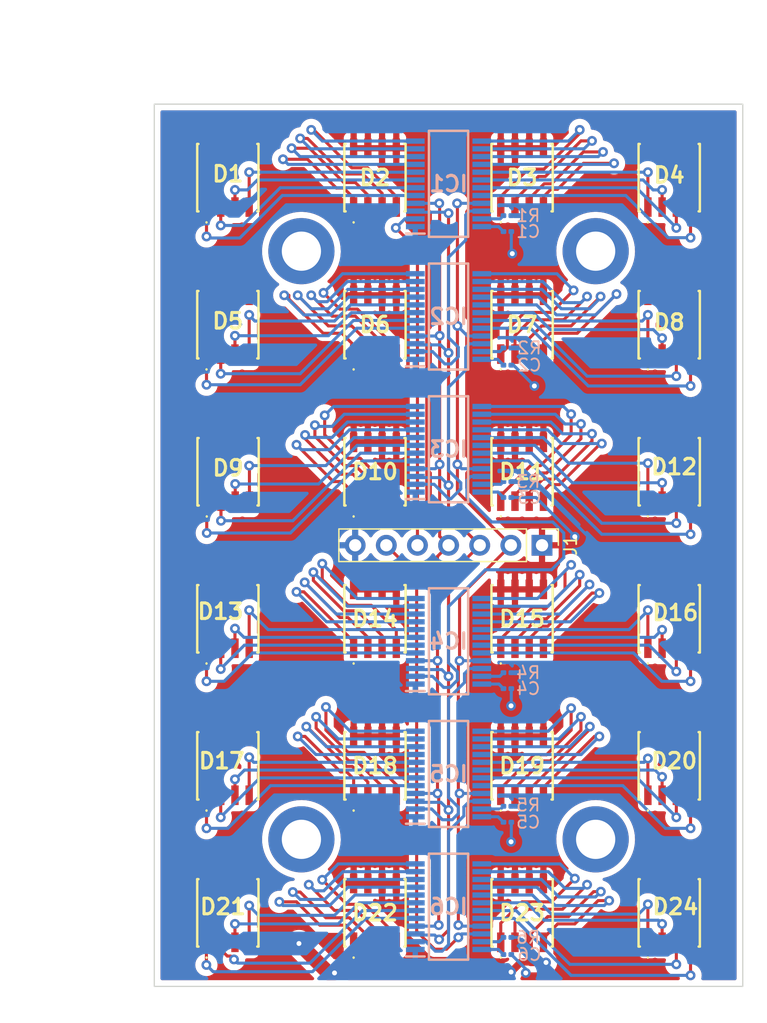
<source format=kicad_pcb>
(kicad_pcb (version 20211014) (generator pcbnew)
  (layers (0 "F.Cu" signal) (31 "B.Cu" signal) (34 "B.Paste" user) (35 "F.Paste" user) (36 "B.SilkS" user "B.Silkscreen") (37 "F.SilkS" user "F.Silkscreen") (38 "B.Mask" user) (39 "F.Mask" user) (44 "Edge.Cuts" user))
  (net 0 "")
  (net 1 "D1W")
  (net 2 "D1B")
  (net 3 "D1G")
  (net 4 "D1R")
  (net 5 "VCC")
  (net 6 "D2W")
  (net 7 "D2B")
  (net 8 "D2G")
  (net 9 "D2R")
  (net 10 "D3W")
  (net 11 "D3B")
  (net 12 "D3G")
  (net 13 "D3R")
  (net 14 "D4W")
  (net 15 "D4B")
  (net 16 "D4G")
  (net 17 "D4R")
  (net 18 "D5W")
  (net 19 "D5B")
  (net 20 "D5G")
  (net 21 "D5R")
  (net 22 "D6W")
  (net 23 "D6B")
  (net 24 "D6G")
  (net 25 "D6R")
  (net 26 "D7W")
  (net 27 "D7B")
  (net 28 "D7G")
  (net 29 "D7R")
  (net 30 "D8W")
  (net 31 "D8B")
  (net 32 "D8G")
  (net 33 "D8R")
  (net 34 "D9W")
  (net 35 "D9B")
  (net 36 "D9G")
  (net 37 "D9R")
  (net 38 "D10W")
  (net 39 "D10B")
  (net 40 "D10G")
  (net 41 "D10R")
  (net 42 "D11W")
  (net 43 "D11B")
  (net 44 "D11G")
  (net 45 "D11R")
  (net 46 "D12W")
  (net 47 "D12B")
  (net 48 "D12G")
  (net 49 "D12R")
  (net 50 "D13W")
  (net 51 "D13B")
  (net 52 "D13G")
  (net 53 "D13R")
  (net 54 "D14W")
  (net 55 "D14B")
  (net 56 "D14G")
  (net 57 "D14R")
  (net 58 "D15W")
  (net 59 "D15B")
  (net 60 "D15G")
  (net 61 "D15R")
  (net 62 "D16W")
  (net 63 "D16B")
  (net 64 "D16G")
  (net 65 "D16R")
  (net 66 "D17W")
  (net 67 "D17B")
  (net 68 "D17G")
  (net 69 "D17R")
  (net 70 "D18W")
  (net 71 "D18B")
  (net 72 "D18G")
  (net 73 "D18R")
  (net 74 "D19W")
  (net 75 "D19B")
  (net 76 "D19G")
  (net 77 "D19R")
  (net 78 "D20W")
  (net 79 "D20B")
  (net 80 "D20G")
  (net 81 "D20R")
  (net 82 "D21W")
  (net 83 "D21B")
  (net 84 "D21G")
  (net 85 "D21R")
  (net 86 "D22W")
  (net 87 "D22B")
  (net 88 "D22G")
  (net 89 "D22R")
  (net 90 "D23W")
  (net 91 "D23B")
  (net 92 "D23G")
  (net 93 "D23R")
  (net 94 "D24W")
  (net 95 "D24B")
  (net 96 "D24G")
  (net 97 "D24R")
  (net 98 "Net-(C1-Pad1)")
  (net 99 "SIN")
  (net 100 "SCLK")
  (net 101 "LAT")
  (net 102 "BLANK")
  (net 103 "Net-(IC1-Pad22)")
  (net 104 "Net-(IC1-Pad23)")
  (net 105 "Net-(IC2-Pad23)")
  (net 106 "Net-(IC2-Pad24)")
  (net 107 "Net-(IC3-Pad22)")
  (net 108 "Net-(IC3-Pad23)")
  (net 109 "Net-(IC3-Pad24)")
  (net 110 "Net-(IC4-Pad22)")
  (net 111 "Net-(IC4-Pad23)")
  (net 112 "Net-(IC4-Pad24)")
  (net 113 "Net-(IC6-Pad2)")
  (net 114 "Net-(IC5-Pad23)")
  (net 115 "Net-(IC5-Pad24)")
  (net 116 "SOUT")
  (net 117 "Net-(IC6-Pad23)")
  (net 118 "Net-(IC6-Pad24)")
  (net 119 "Net-(IC3-Pad2)")
  (net 120 "GND")
  (footprint "local:INP55QDTRGBW" (layer "F.Cu") (at 67 91)
    (fp_text reference "D24")
    (fp_text value "IN-P55QDTRGBW" hide)
  )
  (footprint "local:INP55QDTRGBW" (layer "F.Cu") (at 31 91)
    (fp_text reference "D21")
    (fp_text value "IN-P55QDTRGBW" hide)
  )
  (footprint "local:INP55QDTRGBW" (layer "F.Cu") (at 67 31)
    (fp_text reference "D4")
    (fp_text value "IN-P55QDTRGBW" hide)
  )
  (footprint "local:INP55QDTRGBW" (layer "F.Cu") (at 31 67)
    (fp_text reference "D13")
    (fp_text value "IN-P55QDTRGBW" hide)
  )
  (footprint "local:INP55QDTRGBW" (layer "F.Cu") (at 31 79)
    (fp_text reference "D17")
    (fp_text value "IN-P55QDTRGBW" hide)
  )
  (footprint "local:INP55QDTRGBW" (layer "F.Cu") (at 67 67)
    (fp_text reference "D16")
    (fp_text value "IN-P55QDTRGBW" hide)
  )
  (footprint "local:INP55QDTRGBW" (layer "F.Cu") (at 43 31)
    (fp_text reference "D2")
    (fp_text value "IN-P55QDTRGBW" hide)
  )
  (footprint "local:INP55QDTRGBW" (layer "F.Cu") (at 31 43)
    (fp_text reference "D5")
    (fp_text value "IN-P55QDTRGBW" hide)
  )
  (footprint "Connector_PinHeader_2.54mm:PinHeader_1x07_P2.54mm_Vertical" (layer "F.Cu") (at 56.625 61 -90)
    (fp_text reference "J1")
    (fp_text value "Conn_01x07_Female")
  )
  (footprint "local:MountingHole_M3_plated" (layer "F.Cu") (at 61 85)
    (fp_text reference "H4")
    (fp_text value "Hole")
  )
  (footprint "local:INP55QDTRGBW" (layer "F.Cu") (at 67 79)
    (fp_text reference "D20")
    (fp_text value "IN-P55QDTRGBW" hide)
  )
  (footprint "local:INP55QDTRGBW" (layer "F.Cu") (at 43 43)
    (fp_text reference "D6")
    (fp_text value "IN-P55QDTRGBW" hide)
  )
  (footprint "local:INP55QDTRGBW" (layer "F.Cu") (at 43 79)
    (fp_text reference "D18")
    (fp_text value "IN-P55QDTRGBW" hide)
  )
  (footprint "local:MountingHole_M3_plated" (layer "F.Cu") (at 61 37)
    (fp_text reference "H2")
    (fp_text value "Hole")
  )
  (footprint "local:INP55QDTRGBW" (layer "F.Cu") (at 67 55)
    (fp_text reference "D12")
    (fp_text value "IN-P55QDTRGBW" hide)
  )
  (footprint "local:MountingHole_M3_plated" (layer "F.Cu") (at 37 85)
    (fp_text reference "H3")
    (fp_text value "Hole")
  )
  (footprint "local:INP55QDTRGBW" (layer "F.Cu") (at 43 55)
    (fp_text reference "D10")
    (fp_text value "IN-P55QDTRGBW" hide)
  )
  (footprint "local:INP55QDTRGBW" (layer "F.Cu") (at 67 43)
    (fp_text reference "D8")
    (fp_text value "IN-P55QDTRGBW" hide)
  )
  (footprint "local:INP55QDTRGBW" (layer "F.Cu") (at 55 55)
    (fp_text reference "D11")
    (fp_text value "IN-P55QDTRGBW" hide)
  )
  (footprint "local:INP55QDTRGBW" (layer "F.Cu") (at 55 79)
    (fp_text reference "D19")
    (fp_text value "IN-P55QDTRGBW" hide)
  )
  (footprint "local:MountingHole_M3_plated" (layer "F.Cu") (at 37 37)
    (fp_text reference "H1")
    (fp_text value "Hole")
  )
  (footprint "local:INP55QDTRGBW" (layer "F.Cu") (at 55 91)
    (fp_text reference "D23")
    (fp_text value "IN-P55QDTRGBW" hide)
  )
  (footprint "local:INP55QDTRGBW" (layer "F.Cu") (at 43 67)
    (fp_text reference "D14")
    (fp_text value "IN-P55QDTRGBW" hide)
  )
  (footprint "local:INP55QDTRGBW" (layer "F.Cu") (at 55 67)
    (fp_text reference "D15")
    (fp_text value "IN-P55QDTRGBW" hide)
  )
  (footprint "local:INP55QDTRGBW" (layer "F.Cu") (at 31.02 55)
    (fp_text reference "D9")
    (fp_text value "IN-P55QDTRGBW" hide)
  )
  (footprint "local:INP55QDTRGBW" (layer "F.Cu") (at 55 43)
    (fp_text reference "D7")
    (fp_text value "IN-P55QDTRGBW" hide)
  )
  (footprint "local:INP55QDTRGBW" (layer "F.Cu") (at 43 91)
    (fp_text reference "D22")
    (fp_text value "IN-P55QDTRGBW" hide)
  )
  (footprint "local:INP55QDTRGBW" (layer "F.Cu") (at 31 31)
    (fp_text reference "D1")
    (fp_text value "IN-P55QDTRGBW" hide)
  )
  (footprint "local:INP55QDTRGBW" (layer "F.Cu") (at 55 31)
    (fp_text reference "D3")
    (fp_text value "IN-P55QDTRGBW" hide)
  )
  (footprint "local:SOP64P600X175-24N" (layer "B.Cu") (at 49 42.335)
    (fp_text reference "IC2")
    (fp_text value "TLC59283DBQR" hide)
  )
  (footprint "Resistor_SMD:R_0201_0603Metric" (layer "B.Cu") (at 53.8 34.1 180)
    (fp_text reference "R1")
    (fp_text value "1.8k")
  )
  (footprint "Capacitor_SMD:C_0201_0603Metric" (layer "B.Cu") (at 53.8 83.6)
    (fp_text reference "C5")
    (fp_text value "1u")
  )
  (footprint "Capacitor_SMD:C_0201_0603Metric" (layer "B.Cu") (at 53.8 57.1)
    (fp_text reference "C3")
    (fp_text value "1u")
  )
  (footprint "local:SOP64P600X175-24N" (layer "B.Cu") (at 49 79.665)
    (fp_text reference "IC5")
    (fp_text value "TLC59283DBQR" hide)
  )
  (footprint "Capacitor_SMD:C_0201_0603Metric" (layer "B.Cu") (at 53.8 72.7)
    (fp_text reference "C4")
    (fp_text value "1u")
  )
  (footprint "Resistor_SMD:R_0201_0603Metric" (layer "B.Cu") (at 53.8 44.9 180)
    (fp_text reference "R2")
    (fp_text value "1.8k")
  )
  (footprint "Capacitor_SMD:C_0201_0603Metric" (layer "B.Cu") (at 53.8 46.3)
    (fp_text reference "C2")
    (fp_text value "1u")
  )
  (footprint "Resistor_SMD:R_0201_0603Metric" (layer "B.Cu") (at 53.8 55.8 180)
    (fp_text reference "R3")
    (fp_text value "1.8k")
  )
  (footprint "Resistor_SMD:R_0201_0603Metric" (layer "B.Cu") (at 53.8 93 180)
    (fp_text reference "R6")
    (fp_text value "1.8k")
  )
  (footprint "local:SOP64P600X175-24N" (layer "B.Cu") (at 49 31.505)
    (fp_text reference "IC1")
    (fp_text value "TLC59283DBQR" hide)
  )
  (footprint "Capacitor_SMD:C_0201_0603Metric" (layer "B.Cu") (at 53.8 35.4)
    (fp_text reference "C1")
    (fp_text value "1u")
  )
  (footprint "Resistor_SMD:R_0201_0603Metric" (layer "B.Cu") (at 53.8 82.3 180)
    (fp_text reference "R5")
    (fp_text value "1.8k")
  )
  (footprint "local:SOP64P600X175-24N" (layer "B.Cu") (at 49 53.165)
    (fp_text reference "IC3")
    (fp_text value "TLC59283DBQR" hide)
  )
  (footprint "Resistor_SMD:R_0201_0603Metric" (layer "B.Cu") (at 53.8 71.4 180)
    (fp_text reference "R4")
    (fp_text value "1.8k")
  )
  (footprint "Capacitor_SMD:C_0201_0603Metric" (layer "B.Cu") (at 53.8 94.4)
    (fp_text reference "C6")
    (fp_text value "1u")
  )
  (footprint "local:SOP64P600X175-24N" (layer "B.Cu") (at 49 90.495)
    (fp_text reference "IC6")
    (fp_text value "TLC59283DBQR" hide)
  )
  (footprint "local:SOP64P600X175-24N" (layer "B.Cu") (at 49 68.835)
    (fp_text reference "IC4")
    (fp_text value "TLC59283DBQR" hide)
  )
  (gr_rect (start 25 25) (end 73 97) (layer "Edge.Cuts") (width 0.1) (fill none))
  (segment (start 29.26 33.4) (end 29.26 35.8) (width 0.25) (layer "F.Cu") (net 1))
  (via (at 29.26 35.8) (size 0.8) (drill 0.4) (layers "F.Cu" "B.Cu") (net 1))
  (segment (start 29.525 35.925) (end 31.975 35.925) (width 0.25) (layer "B.Cu") (net 1))
  (segment (start 31.975 35.925) (end 35.443 32.457) (width 0.25) (layer "B.Cu") (net 1))
  (segment (start 29.4 35.8) (end 29.525 35.925) (width 0.25) (layer "B.Cu") (net 1))
  (segment (start 35.443 32.457) (end 46.288 32.457) (width 0.25) (layer "B.Cu") (net 1))
  (segment (start 30.42 33.4) (end 30.42 34.9) (width 0.25) (layer "F.Cu") (net 2))
  (via (at 30.42 34.9) (size 0.8) (drill 0.4) (layers "F.Cu" "B.Cu") (net 2))
  (segment (start 35.277 31.823) (end 32.2 34.9) (width 0.25) (layer "B.Cu") (net 2))
  (segment (start 46.288 31.823) (end 35.277 31.823) (width 0.25) (layer "B.Cu") (net 2))
  (segment (start 32.2 34.9) (end 30.42 34.9) (width 0.25) (layer "B.Cu") (net 2))
  (segment (start 31.58 33.4) (end 31.58 32) (width 0.25) (layer "F.Cu") (net 3))
  (via (at 31.58 32) (size 0.8) (drill 0.4) (layers "F.Cu" "B.Cu") (net 3))
  (segment (start 33 31.6) (end 32.6 32) (width 0.25) (layer "B.Cu") (net 3))
  (segment (start 32.6 32) (end 31.6 32) (width 0.25) (layer "B.Cu") (net 3))
  (segment (start 46.288 31.187) (end 33.413 31.187) (width 0.25) (layer "B.Cu") (net 3))
  (segment (start 33.413 31.187) (end 33 31.6) (width 0.25) (layer "B.Cu") (net 3))
  (segment (start 32.74 33.4) (end 32.74 30.553) (width 0.25) (layer "F.Cu") (net 4))
  (via (at 32.74 30.553) (size 0.8) (drill 0.4) (layers "F.Cu" "B.Cu") (net 4))
  (segment (start 32.847 30.553) (end 32.8 30.6) (width 0.25) (layer "B.Cu") (net 4))
  (segment (start 46.288 30.553) (end 32.847 30.553) (width 0.25) (layer "B.Cu") (net 4))
  (via (at 56 48) (size 0.8) (drill 0.4) (layers "F.Cu" "B.Cu") (net 5))
  (via (at 54.1 74.1) (size 0.8) (drill 0.4) (layers "F.Cu" "B.Cu") (net 5))
  (via (at 55.3 95.8995) (size 0.8) (drill 0.4) (layers "F.Cu" "B.Cu") (net 5))
  (via (at 59.3 60.3) (size 0.8) (drill 0.4) (layers "F.Cu" "B.Cu") (net 5))
  (via (at 54.1 85.2) (size 0.8) (drill 0.4) (layers "F.Cu" "B.Cu") (net 5))
  (via (at 54.2 37.2) (size 0.8) (drill 0.4) (layers "F.Cu" "B.Cu") (net 5))
  (segment (start 54.12 35.4) (end 54.12 37.12) (width 0.25) (layer "B.Cu") (net 5))
  (segment (start 54.12 74.08) (end 54.1 74.1) (width 0.25) (layer "B.Cu") (net 5))
  (segment (start 55.3 95.58) (end 54.12 94.4) (width 0.25) (layer "B.Cu") (net 5))
  (segment (start 54.12 46.3) (end 54.3 46.3) (width 0.25) (layer "B.Cu") (net 5))
  (segment (start 54.12 37.12) (end 54.2 37.2) (width 0.25) (layer "B.Cu") (net 5))
  (segment (start 55.3 95.8995) (end 55.3 95.58) (width 0.25) (layer "B.Cu") (net 5))
  (segment (start 59.3 60.263604) (end 56.136396 57.1) (width 0.25) (layer "B.Cu") (net 5))
  (segment (start 54.12 85.18) (end 54.1 85.2) (width 0.25) (layer "B.Cu") (net 5))
  (segment (start 59.3 60.3) (end 59.3 60.263604) (width 0.25) (layer "B.Cu") (net 5))
  (segment (start 56.136396 57.1) (end 54.12 57.1) (width 0.25) (layer "B.Cu") (net 5))
  (segment (start 54.12 72.7) (end 54.12 74.08) (width 0.25) (layer "B.Cu") (net 5))
  (segment (start 54.12 83.6) (end 54.12 85.18) (width 0.25) (layer "B.Cu") (net 5))
  (segment (start 54.3 46.3) (end 56 48) (width 0.25) (layer "B.Cu") (net 5))
  (segment (start 40.45 31.85) (end 41.26 32.66) (width 0.25) (layer "F.Cu") (net 6))
  (segment (start 39.85 31.85) (end 40.45 31.85) (width 0.25) (layer "F.Cu") (net 6))
  (segment (start 41.26 32.66) (end 41.26 33.4) (width 0.25) (layer "F.Cu") (net 6))
  (segment (start 35.5 29.5) (end 37.5 29.5) (width 0.25) (layer "F.Cu") (net 6))
  (segment (start 37.5 29.5) (end 39.85 31.85) (width 0.25) (layer "F.Cu") (net 6))
  (via (at 35.5 29.5) (size 0.8) (drill 0.4) (layers "F.Cu" "B.Cu") (net 6))
  (segment (start 35.917 29.917) (end 46.288 29.917) (width 0.25) (layer "B.Cu") (net 6))
  (segment (start 35.5 29.5) (end 35.917 29.917) (width 0.25) (layer "B.Cu") (net 6))
  (segment (start 41.4 31.4) (end 42.42 32.42) (width 0.25) (layer "F.Cu") (net 7))
  (segment (start 36.2 28.6) (end 37.663604 28.6) (width 0.25) (layer "F.Cu") (net 7))
  (segment (start 37.663604 28.6) (end 40.463604 31.4) (width 0.25) (layer "F.Cu") (net 7))
  (segment (start 42.42 32.42) (end 42.42 33.4) (width 0.25) (layer "F.Cu") (net 7))
  (segment (start 40.463604 31.4) (end 41.4 31.4) (width 0.25) (layer "F.Cu") (net 7))
  (via (at 36.2 28.6) (size 0.8) (drill 0.4) (layers "F.Cu" "B.Cu") (net 7))
  (segment (start 36.883 29.283) (end 46.288 29.283) (width 0.25) (layer "B.Cu") (net 7))
  (segment (start 36.2 28.6) (end 36.883 29.283) (width 0.25) (layer "B.Cu") (net 7))
  (segment (start 43.58 32.28) (end 43.58 33.4) (width 0.25) (layer "F.Cu") (net 8))
  (segment (start 36.9 27.8) (end 37.5 27.8) (width 0.25) (layer "F.Cu") (net 8))
  (segment (start 37.5 27.8) (end 40.4 30.7) (width 0.25) (layer "F.Cu") (net 8))
  (segment (start 42 30.7) (end 43.58 32.28) (width 0.25) (layer "F.Cu") (net 8))
  (segment (start 40.4 30.7) (end 42 30.7) (width 0.25) (layer "F.Cu") (net 8))
  (via (at 36.9 27.8) (size 0.8) (drill 0.4) (layers "F.Cu" "B.Cu") (net 8))
  (segment (start 37.747 28.647) (end 46.288 28.647) (width 0.25) (layer "B.Cu") (net 8))
  (segment (start 36.9 27.8) (end 37.747 28.647) (width 0.25) (layer "B.Cu") (net 8))
  (segment (start 44.74 32.54) (end 44.74 33.4) (width 0.25) (layer "F.Cu") (net 9))
  (segment (start 42.4 30.2) (end 44.74 32.54) (width 0.25) (layer "F.Cu") (net 9))
  (segment (start 38.01 27.1) (end 41.11 30.2) (width 0.25) (layer "F.Cu") (net 9))
  (segment (start 37.8 27.1) (end 38.01 27.1) (width 0.25) (layer "F.Cu") (net 9))
  (segment (start 41.11 30.2) (end 42.4 30.2) (width 0.25) (layer "F.Cu") (net 9))
  (via (at 37.8 27.1) (size 0.8) (drill 0.4) (layers "F.Cu" "B.Cu") (net 9))
  (segment (start 38.713 28.013) (end 46.288 28.013) (width 0.25) (layer "B.Cu") (net 9))
  (segment (start 37.8 27.1) (end 38.713 28.013) (width 0.25) (layer "B.Cu") (net 9))
  (segment (start 55.5 30.3) (end 53.26 32.54) (width 0.25) (layer "F.Cu") (net 10))
  (segment (start 59.7 27.39) (end 56.79 30.3) (width 0.25) (layer "F.Cu") (net 10))
  (segment (start 59.7 27.1) (end 59.7 27.39) (width 0.25) (layer "F.Cu") (net 10))
  (segment (start 56.79 30.3) (end 55.5 30.3) (width 0.25) (layer "F.Cu") (net 10))
  (segment (start 53.26 32.54) (end 53.26 33.4) (width 0.25) (layer "F.Cu") (net 10))
  (via (at 59.7 27.1) (size 0.8) (drill 0.4) (layers "F.Cu" "B.Cu") (net 10))
  (segment (start 59.7 27.1) (end 58.787 28.013) (width 0.25) (layer "B.Cu") (net 10))
  (segment (start 58.787 28.013) (end 51.712 28.013) (width 0.25) (layer "B.Cu") (net 10))
  (segment (start 56.33 30.9) (end 54.42 32.81) (width 0.25) (layer "F.Cu") (net 11))
  (segment (start 56.9 30.9) (end 56.33 30.9) (width 0.25) (layer "F.Cu") (net 11))
  (segment (start 59.8 28) (end 56.9 30.9) (width 0.25) (layer "F.Cu") (net 11))
  (segment (start 54.42 32.81) (end 54.42 33.4) (width 0.25) (layer "F.Cu") (net 11))
  (segment (start 60.7 28) (end 59.8 28) (width 0.25) (layer "F.Cu") (net 11))
  (via (at 60.7 28) (size 0.8) (drill 0.4) (layers "F.Cu" "B.Cu") (net 11))
  (segment (start 60.7 28) (end 60.053 28.647) (width 0.25) (layer "B.Cu") (net 11))
  (segment (start 60.053 28.647) (end 51.712 28.647) (width 0.25) (layer "B.Cu") (net 11))
  (segment (start 60 28.9) (end 57.4 31.5) (width 0.25) (layer "F.Cu") (net 12))
  (segment (start 57.4 31.5) (end 56.8 31.5) (width 0.25) (layer "F.Cu") (net 12))
  (segment (start 55.58 32.72) (end 55.58 33.4) (width 0.25) (layer "F.Cu") (net 12))
  (segment (start 61.6 28.9) (end 60 28.9) (width 0.25) (layer "F.Cu") (net 12))
  (segment (start 56.8 31.5) (end 55.58 32.72) (width 0.25) (layer "F.Cu") (net 12))
  (via (at 61.6 28.9) (size 0.8) (drill 0.4) (layers "F.Cu" "B.Cu") (net 12))
  (segment (start 61.6 28.9) (end 61.217 29.283) (width 0.25) (layer "B.Cu") (net 12))
  (segment (start 61.217 29.283) (end 51.712 29.283) (width 0.25) (layer "B.Cu") (net 12))
  (segment (start 62.5 29.8285) (end 60.009762 29.8285) (width 0.25) (layer "F.Cu") (net 13))
  (segment (start 60.009762 29.8285) (end 57.888262 31.95) (width 0.25) (layer "F.Cu") (net 13))
  (segment (start 57.35 31.95) (end 56.74 32.56) (width 0.25) (layer "F.Cu") (net 13))
  (segment (start 56.74 32.56) (end 56.74 33.4) (width 0.25) (layer "F.Cu") (net 13))
  (segment (start 57.888262 31.95) (end 57.35 31.95) (width 0.25) (layer "F.Cu") (net 13))
  (via (at 62.5 29.8285) (size 0.8) (drill 0.4) (layers "F.Cu" "B.Cu") (net 13))
  (segment (start 62.5 29.8285) (end 62.4115 29.917) (width 0.25) (layer "B.Cu") (net 13))
  (segment (start 62.4115 29.917) (end 51.712 29.917) (width 0.25) (layer "B.Cu") (net 13))
  (segment (start 65.26 33.4) (end 65.26 30.553) (width 0.25) (layer "F.Cu") (net 14))
  (via (at 65.26 30.553) (size 0.8) (drill 0.4) (layers "F.Cu" "B.Cu") (net 14))
  (segment (start 51.712 30.553) (end 65.247 30.553) (width 0.25) (layer "B.Cu") (net 14))
  (segment (start 66.42 33.4) (end 66.42 32) (width 0.25) (layer "F.Cu") (net 15))
  (via (at 66.42 32) (size 0.8) (drill 0.4) (layers "F.Cu" "B.Cu") (net 15))
  (segment (start 64.868695 31.187) (end 51.712 31.187) (width 0.25) (layer "B.Cu") (net 15))
  (segment (start 66.4 32) (end 65.681695 32) (width 0.25) (layer "B.Cu") (net 15))
  (segment (start 65.681695 32) (end 64.868695 31.187) (width 0.25) (layer "B.Cu") (net 15))
  (segment (start 67.58 33.4) (end 67.58 35.1) (width 0.25) (layer "F.Cu") (net 16))
  (via (at 67.58 35.1) (size 0.8) (drill 0.4) (layers "F.Cu" "B.Cu") (net 16))
  (segment (start 51.712 31.823) (end 64.323 31.823) (width 0.25) (layer "B.Cu") (net 16))
  (segment (start 64.323 31.823) (end 67.6 35.1) (width 0.25) (layer "B.Cu") (net 16))
  (segment (start 68.74 33.4) (end 68.74 35.9) (width 0.25) (layer "F.Cu") (net 17))
  (via (at 68.74 35.9) (size 0.8) (drill 0.4) (layers "F.Cu" "B.Cu") (net 17))
  (segment (start 63.457 32.457) (end 66.8 35.8) (width 0.25) (layer "B.Cu") (net 17))
  (segment (start 66.9 35.9) (end 68.8 35.9) (width 0.25) (layer "B.Cu") (net 17))
  (segment (start 66.8 35.8) (end 66.9 35.9) (width 0.25) (layer "B.Cu") (net 17))
  (segment (start 51.712 32.457) (end 63.457 32.457) (width 0.25) (layer "B.Cu") (net 17))
  (segment (start 29.26 45.4) (end 29.26 47.9) (width 0.25) (layer "F.Cu") (net 18))
  (via (at 29.26 47.9) (size 0.8) (drill 0.4) (layers "F.Cu" "B.Cu") (net 18))
  (segment (start 36.9 47.9) (end 29.3 47.9) (width 0.25) (layer "B.Cu") (net 18))
  (segment (start 41.513 43.287) (end 37.2 47.6) (width 0.25) (layer "B.Cu") (net 18))
  (segment (start 37.2 47.6) (end 36.9 47.9) (width 0.25) (layer "B.Cu") (net 18))
  (segment (start 46.288 43.287) (end 41.513 43.287) (width 0.25) (layer "B.Cu") (net 18))
  (segment (start 30.42 45.4) (end 30.42 47) (width 0.25) (layer "F.Cu") (net 19))
  (via (at 30.42 47) (size 0.8) (drill 0.4) (layers "F.Cu" "B.Cu") (net 19))
  (segment (start 46.288 42.653) (end 41.247 42.653) (width 0.25) (layer "B.Cu") (net 19))
  (segment (start 36.9 47) (end 30.4 47) (width 0.25) (layer "B.Cu") (net 19))
  (segment (start 39.1 44.8) (end 36.9 47) (width 0.25) (layer "B.Cu") (net 19))
  (segment (start 41.247 42.653) (end 39.1 44.8) (width 0.25) (layer "B.Cu") (net 19))
  (segment (start 31.58 45.4) (end 31.58 43.92) (width 0.25) (layer "F.Cu") (net 20))
  (segment (start 31.58 43.92) (end 31.6 43.9) (width 0.25) (layer "F.Cu") (net 20))
  (via (at 31.58 43.9) (size 0.8) (drill 0.4) (layers "F.Cu" "B.Cu") (net 20))
  (segment (start 39.2 43.9) (end 31.6 43.9) (width 0.25) (layer "B.Cu") (net 20))
  (segment (start 41.083 42.017) (end 39.7 43.4) (width 0.25) (layer "B.Cu") (net 20))
  (segment (start 46.288 42.017) (end 41.083 42.017) (width 0.25) (layer "B.Cu") (net 20))
  (segment (start 39.7 43.4) (end 39.2 43.9) (width 0.25) (layer "B.Cu") (net 20))
  (segment (start 32.74 45.4) (end 32.74 42.2) (width 0.25) (layer "F.Cu") (net 21))
  (via (at 32.74 42.2) (size 0.8) (drill 0.4) (layers "F.Cu" "B.Cu") (net 21))
  (segment (start 33.2 42.7) (end 32.7 42.2) (width 0.25) (layer "B.Cu") (net 21))
  (segment (start 39.8 42.6) (end 39.7 42.7) (width 0.25) (layer "B.Cu") (net 21))
  (segment (start 46.288 41.383) (end 41.017 41.383) (width 0.25) (layer "B.Cu") (net 21))
  (segment (start 36.7 42.7) (end 33.2 42.7) (width 0.25) (layer "B.Cu") (net 21))
  (segment (start 39.7 42.7) (end 36.7 42.7) (width 0.25) (layer "B.Cu") (net 21))
  (segment (start 41.017 41.383) (end 39.8 42.6) (width 0.25) (layer "B.Cu") (net 21))
  (segment (start 38.774695 43.7) (end 40.3 43.7) (width 0.25) (layer "F.Cu") (net 22))
  (segment (start 35.975 40.900305) (end 38.774695 43.7) (width 0.25) (layer "F.Cu") (net 22))
  (segment (start 41.26 44.66) (end 41.26 45.4) (width 0.25) (layer "F.Cu") (net 22))
  (segment (start 40.3 43.7) (end 41.26 44.66) (width 0.25) (layer "F.Cu") (net 22))
  (segment (start 35.975 40.6) (end 35.975 40.900305) (width 0.25) (layer "F.Cu") (net 22))
  (segment (start 35.6 40.6) (end 35.975 40.6) (width 0.25) (layer "F.Cu") (net 22))
  (via (at 35.6 40.6) (size 0.8) (drill 0.4) (layers "F.Cu" "B.Cu") (net 22))
  (segment (start 37.2 42.2) (end 35.6 40.6) (width 0.25) (layer "B.Cu") (net 22))
  (segment (start 46.288 40.747) (end 40.853 40.747) (width 0.25) (layer "B.Cu") (net 22))
  (segment (start 39.4 42.2) (end 37.6 42.2) (width 0.25) (layer "B.Cu") (net 22))
  (segment (start 39.5 42.1) (end 39.4 42.2) (width 0.25) (layer "B.Cu") (net 22))
  (segment (start 40.853 40.747) (end 39.5 42.1) (width 0.25) (layer "B.Cu") (net 22))
  (segment (start 37.6 42.2) (end 37.2 42.2) (width 0.25) (layer "B.Cu") (net 22))
  (segment (start 42.42 44.42) (end 42.42 45.4) (width 0.25) (layer "F.Cu") (net 23))
  (segment (start 36.7 40.6) (end 39.2 43.1) (width 0.25) (layer "F.Cu") (net 23))
  (segment (start 39.2 43.1) (end 41.1 43.1) (width 0.25) (layer "F.Cu") (net 23))
  (segment (start 41.1 43.1) (end 42.42 44.42) (width 0.25) (layer "F.Cu") (net 23))
  (via (at 36.7 40.6) (size 0.8) (drill 0.4) (layers "F.Cu" "B.Cu") (net 23))
  (segment (start 37.8 41.7) (end 36.7 40.6) (width 0.25) (layer "B.Cu") (net 23))
  (segment (start 40.787 40.113) (end 39.2 41.7) (width 0.25) (layer "B.Cu") (net 23))
  (segment (start 39.2 41.7) (end 37.8 41.7) (width 0.25) (layer "B.Cu") (net 23))
  (segment (start 46.288 40.113) (end 40.787 40.113) (width 0.25) (layer "B.Cu") (net 23))
  (segment (start 37.8 40.6) (end 39.5 42.3) (width 0.25) (layer "F.Cu") (net 24))
  (segment (start 43.58 44.48) (end 43.58 45.4) (width 0.25) (layer "F.Cu") (net 24))
  (segment (start 39.5 42.3) (end 41.4 42.3) (width 0.25) (layer "F.Cu") (net 24))
  (segment (start 41.4 42.3) (end 43.58 44.48) (width 0.25) (layer "F.Cu") (net 24))
  (via (at 37.8 40.6) (size 0.8) (drill 0.4) (layers "F.Cu" "B.Cu") (net 24))
  (segment (start 39.100305 41.125) (end 38.325 41.125) (width 0.25) (layer "B.Cu") (net 24))
  (segment (start 40.748305 39.477) (end 39.100305 41.125) (width 0.25) (layer "B.Cu") (net 24))
  (segment (start 46.288 39.477) (end 40.748305 39.477) (width 0.25) (layer "B.Cu") (net 24))
  (segment (start 38.325 41.125) (end 37.8 40.6) (width 0.25) (layer "B.Cu") (net 24))
  (segment (start 40.125 41.725) (end 41.565 41.725) (width 0.25) (layer "F.Cu") (net 25))
  (segment (start 44.74 44.9) (end 44.74 45.4) (width 0.25) (layer "F.Cu") (net 25))
  (segment (start 38.8 40.4) (end 40.125 41.725) (width 0.25) (layer "F.Cu") (net 25))
  (segment (start 41.565 41.725) (end 44.74 44.9) (width 0.25) (layer "F.Cu") (net 25))
  (via (at 38.8 40.4) (size 0.8) (drill 0.4) (layers "F.Cu" "B.Cu") (net 25))
  (segment (start 46.288 38.843) (end 40.357 38.843) (width 0.25) (layer "B.Cu") (net 25))
  (segment (start 40.357 38.843) (end 38.8 40.4) (width 0.25) (layer "B.Cu") (net 25))
  (segment (start 53.795 44.865) (end 53.46 45.2) (width 0.25) (layer "F.Cu") (net 26))
  (segment (start 57.4 42) (end 55.2 42) (width 0.25) (layer "F.Cu") (net 26))
  (segment (start 59.2 40.2) (end 57.4 42) (width 0.25) (layer "F.Cu") (net 26))
  (segment (start 55.2 42) (end 53.795 43.405) (width 0.25) (layer "F.Cu") (net 26))
  (segment (start 53.795 43.405) (end 53.795 44.865) (width 0.25) (layer "F.Cu") (net 26))
  (via (at 59.2 40.2) (size 0.8) (drill 0.4) (layers "F.Cu" "B.Cu") (net 26))
  (segment (start 51.712 38.843) (end 57.843 38.843) (width 0.25) (layer "B.Cu") (net 26))
  (segment (start 57.843 38.843) (end 59.2 40.2) (width 0.25) (layer "B.Cu") (net 26))
  (segment (start 58.4 42.6) (end 55.7 42.6) (width 0.25) (layer "F.Cu") (net 27))
  (segment (start 55.7 42.6) (end 54.42 43.88) (width 0.25) (layer "F.Cu") (net 27))
  (segment (start 60.3 40.7) (end 58.4 42.6) (width 0.25) (layer "F.Cu") (net 27))
  (segment (start 54.42 43.88) (end 54.42 45.4) (width 0.25) (layer "F.Cu") (net 27))
  (via (at 60.3 40.7) (size 0.8) (drill 0.4) (layers "F.Cu" "B.Cu") (net 27))
  (segment (start 56.7 39.5) (end 58.4 41.2) (width 0.25) (layer "B.Cu") (net 27))
  (segment (start 58.4 41.2) (end 59.3 41.2) (width 0.25) (layer "B.Cu") (net 27))
  (segment (start 59.8 41.2) (end 60.3 40.7) (width 0.25) (layer "B.Cu") (net 27))
  (segment (start 59.3 41.2) (end 59.8 41.2) (width 0.25) (layer "B.Cu") (net 27))
  (segment (start 56.677 39.477) (end 56.7 39.5) (width 0.25) (layer "B.Cu") (net 27))
  (segment (start 51.712 39.477) (end 56.677 39.477) (width 0.25) (layer "B.Cu") (net 27))
  (segment (start 59 43.1) (end 56.6 43.1) (width 0.25) (layer "F.Cu") (net 28))
  (segment (start 55.58 44.12) (end 55.58 45.4) (width 0.25) (layer "F.Cu") (net 28))
  (segment (start 61.4 40.7) (end 59 43.1) (width 0.25) (layer "F.Cu") (net 28))
  (segment (start 56.6 43.1) (end 55.58 44.12) (width 0.25) (layer "F.Cu") (net 28))
  (via (at 61.4 40.7) (size 0.8) (drill 0.4) (layers "F.Cu" "B.Cu") (net 28))
  (segment (start 57.9 41.4) (end 58.2 41.7) (width 0.25) (layer "B.Cu") (net 28))
  (segment (start 61.4 40.8) (end 61.4 40.7) (width 0.25) (layer "B.Cu") (net 28))
  (segment (start 58.2 41.7) (end 60.5 41.7) (width 0.25) (layer "B.Cu") (net 28))
  (segment (start 60.5 41.7) (end 61.4 40.8) (width 0.25) (layer "B.Cu") (net 28))
  (segment (start 56.613 40.113) (end 57.9 41.4) (width 0.25) (layer "B.Cu") (net 28))
  (segment (start 51.712 40.113) (end 56.613 40.113) (width 0.25) (layer "B.Cu") (net 28))
  (segment (start 56.74 44.26) (end 56.74 45.4) (width 0.25) (layer "F.Cu") (net 29))
  (segment (start 62.7 40.5) (end 59.5 43.7) (width 0.25) (layer "F.Cu") (net 29))
  (segment (start 57.3 43.7) (end 56.74 44.26) (width 0.25) (layer "F.Cu") (net 29))
  (segment (start 59.5 43.7) (end 57.3 43.7) (width 0.25) (layer "F.Cu") (net 29))
  (via (at 62.7 40.5) (size 0.8) (drill 0.4) (layers "F.Cu" "B.Cu") (net 29))
  (segment (start 57.8 42.2) (end 60.9 42.2) (width 0.25) (layer "B.Cu") (net 29))
  (segment (start 57.7 42.1) (end 57.8 42.2) (width 0.25) (layer "B.Cu") (net 29))
  (segment (start 60.9 42.2) (end 61 42.2) (width 0.25) (layer "B.Cu") (net 29))
  (segment (start 61 42.2) (end 62.7 40.5) (width 0.25) (layer "B.Cu") (net 29))
  (segment (start 56.347 40.747) (end 57.7 42.1) (width 0.25) (layer "B.Cu") (net 29))
  (segment (start 51.712 40.747) (end 56.347 40.747) (width 0.25) (layer "B.Cu") (net 29))
  (segment (start 65.26 45.4) (end 65.26 42.2) (width 0.25) (layer "F.Cu") (net 30))
  (via (at 65.26 42.2) (size 0.8) (drill 0.4) (layers "F.Cu" "B.Cu") (net 30))
  (segment (start 62.3 42.7) (end 64.8 42.7) (width 0.25) (layer "B.Cu") (net 30))
  (segment (start 57.4 42.6) (end 57.5 42.7) (width 0.25) (layer "B.Cu") (net 30))
  (segment (start 57.5 42.7) (end 62.3 42.7) (width 0.25) (layer "B.Cu") (net 30))
  (segment (start 56.183 41.383) (end 57.4 42.6) (width 0.25) (layer "B.Cu") (net 30))
  (segment (start 64.8 42.7) (end 65.3 42.2) (width 0.25) (layer "B.Cu") (net 30))
  (segment (start 51.712 41.383) (end 56.183 41.383) (width 0.25) (layer "B.Cu") (net 30))
  (segment (start 66.42 45.4) (end 66.42 44.1) (width 0.25) (layer "F.Cu") (net 31))
  (via (at 66.42 44.1) (size 0.8) (drill 0.4) (layers "F.Cu" "B.Cu") (net 31))
  (segment (start 57.1 43.2) (end 57.3 43.4) (width 0.25) (layer "B.Cu") (net 31))
  (segment (start 55.917 42.017) (end 57.1 43.2) (width 0.25) (layer "B.Cu") (net 31))
  (segment (start 65 43.4) (end 65.7 43.4) (width 0.25) (layer "B.Cu") (net 31))
  (segment (start 65.7 43.4) (end 66.4 44.1) (width 0.25) (layer "B.Cu") (net 31))
  (segment (start 57.3 43.4) (end 65 43.4) (width 0.25) (layer "B.Cu") (net 31))
  (segment (start 51.712 42.017) (end 55.917 42.017) (width 0.25) (layer "B.Cu") (net 31))
  (segment (start 67.58 45.4) (end 67.58 47.2) (width 0.25) (layer "F.Cu") (net 32))
  (via (at 67.58 47.2) (size 0.8) (drill 0.4) (layers "F.Cu" "B.Cu") (net 32))
  (segment (start 51.712 42.653) (end 55.753 42.653) (width 0.25) (layer "B.Cu") (net 32))
  (segment (start 60.3 47.2) (end 67.6 47.2) (width 0.25) (layer "B.Cu") (net 32))
  (segment (start 55.753 42.653) (end 60.3 47.2) (width 0.25) (layer "B.Cu") (net 32))
  (segment (start 68.74 45.4) (end 68.74 48) (width 0.25) (layer "F.Cu") (net 33))
  (via (at 68.74 48) (size 0.8) (drill 0.4) (layers "F.Cu" "B.Cu") (net 33))
  (segment (start 60.4 48) (end 68.8 48) (width 0.25) (layer "B.Cu") (net 33))
  (segment (start 55.687 43.287) (end 60.4 48) (width 0.25) (layer "B.Cu") (net 33))
  (segment (start 51.712 43.287) (end 55.687 43.287) (width 0.25) (layer "B.Cu") (net 33))
  (segment (start 29.28 57.4) (end 29.28 60) (width 0.25) (layer "F.Cu") (net 34))
  (via (at 29.28 60) (size 0.8) (drill 0.4) (layers "F.Cu" "B.Cu") (net 34))
  (segment (start 41.983 54.117) (end 36.6 59.5) (width 0.25) (layer "B.Cu") (net 34))
  (segment (start 36.6 59.5) (end 36.1 60) (width 0.25) (layer "B.Cu") (net 34))
  (segment (start 36.1 60) (end 29.3 60) (width 0.25) (layer "B.Cu") (net 34))
  (segment (start 46.288 54.117) (end 41.983 54.117) (width 0.25) (layer "B.Cu") (net 34))
  (segment (start 30.44 57.4) (end 30.44 59) (width 0.25) (layer "F.Cu") (net 35))
  (via (at 30.44 59) (size 0.8) (drill 0.4) (layers "F.Cu" "B.Cu") (net 35))
  (segment (start 46.288 53.483) (end 41.817 53.483) (width 0.25) (layer "B.Cu") (net 35))
  (segment (start 41.817 53.483) (end 38.4 56.9) (width 0.25) (layer "B.Cu") (net 35))
  (segment (start 38.4 56.9) (end 36.3 59) (width 0.25) (layer "B.Cu") (net 35))
  (segment (start 36.3 59) (end 30.4 59) (width 0.25) (layer "B.Cu") (net 35))
  (segment (start 31.6 57.4) (end 31.6 56) (width 0.25) (layer "F.Cu") (net 36))
  (via (at 31.6 56) (size 0.8) (drill 0.4) (layers "F.Cu" "B.Cu") (net 36))
  (segment (start 41.553 52.847) (end 39.3 55.1) (width 0.25) (layer "B.Cu") (net 36))
  (segment (start 39.3 55.1) (end 38.4 56) (width 0.25) (layer "B.Cu") (net 36))
  (segment (start 46.288 52.847) (end 41.553 52.847) (width 0.25) (layer "B.Cu") (net 36))
  (segment (start 38.4 56) (end 31.6 56) (width 0.25) (layer "B.Cu") (net 36))
  (segment (start 32.76 57.4) (end 32.76 54.52) (width 0.25) (layer "F.Cu") (net 37))
  (segment (start 32.76 54.52) (end 32.74 54.5) (width 0.25) (layer "F.Cu") (net 37))
  (via (at 32.74 54.5) (size 0.8) (drill 0.4) (layers "F.Cu" "B.Cu") (net 37))
  (segment (start 46.288 52.213) (end 41.287 52.213) (width 0.25) (layer "B.Cu") (net 37))
  (segment (start 41.287 52.213) (end 39.6 53.9) (width 0.25) (layer "B.Cu") (net 37))
  (segment (start 39 54.5) (end 32.8 54.5) (width 0.25) (layer "B.Cu") (net 37))
  (segment (start 39.6 53.9) (end 39 54.5) (width 0.25) (layer "B.Cu") (net 37))
  (segment (start 39.6 55.8) (end 40.3 55.8) (width 0.25) (layer "F.Cu") (net 38))
  (segment (start 40.3 55.8) (end 41.26 56.76) (width 0.25) (layer "F.Cu") (net 38))
  (segment (start 36.6 52.8) (end 39.6 55.8) (width 0.25) (layer "F.Cu") (net 38))
  (segment (start 41.26 56.76) (end 41.26 57.4) (width 0.25) (layer "F.Cu") (net 38))
  (via (at 36.6 52.8) (size 0.8) (drill 0.4) (layers "F.Cu" "B.Cu") (net 38))
  (segment (start 37 53.2) (end 36.6 52.8) (width 0.25) (layer "B.Cu") (net 38))
  (segment (start 46.288 51.577) (end 40.923 51.577) (width 0.25) (layer "B.Cu") (net 38))
  (segment (start 39.3 53.2) (end 37 53.2) (width 0.25) (layer "B.Cu") (net 38))
  (segment (start 40.923 51.577) (end 39.3 53.2) (width 0.25) (layer "B.Cu") (net 38))
  (segment (start 41.2 55.2) (end 42.42 56.42) (width 0.25) (layer "F.Cu") (net 39))
  (segment (start 42.42 56.42) (end 42.42 57.4) (width 0.25) (layer "F.Cu") (net 39))
  (segment (start 37.3 52.3) (end 40.2 55.2) (width 0.25) (layer "F.Cu") (net 39))
  (segment (start 40.2 55.2) (end 41.2 55.2) (width 0.25) (layer "F.Cu") (net 39))
  (segment (start 37.3 52) (end 37.3 52.3) (width 0.25) (layer "F.Cu") (net 39))
  (via (at 37.3 52) (size 0.8) (drill 0.4) (layers "F.Cu" "B.Cu") (net 39))
  (segment (start 46.288 50.943) (end 40.757 50.943) (width 0.25) (layer "B.Cu") (net 39))
  (segment (start 37.5 52.2) (end 37.3 52) (width 0.25) (layer "B.Cu") (net 39))
  (segment (start 40.757 50.943) (end 39.5 52.2) (width 0.25) (layer "B.Cu") (net 39))
  (segment (start 39.5 52.2) (end 37.5 52.2) (width 0.25) (layer "B.Cu") (net 39))
  (segment (start 40.5 54.5) (end 41.4 54.5) (width 0.25) (layer "F.Cu") (net 40))
  (segment (start 41.4 54.5) (end 43.58 56.68) (width 0.25) (layer "F.Cu") (net 40))
  (segment (start 43.58 56.68) (end 43.58 57.4) (width 0.25) (layer "F.Cu") (net 40))
  (segment (start 38.1 52.1) (end 40.5 54.5) (width 0.25) (layer "F.Cu") (net 40))
  (segment (start 38.1 51.2) (end 38.1 52.1) (width 0.25) (layer "F.Cu") (net 40))
  (via (at 38.1 51.2) (size 0.8) (drill 0.4) (layers "F.Cu" "B.Cu") (net 40))
  (segment (start 46.288 50.307) (end 40.493 50.307) (width 0.25) (layer "B.Cu") (net 40))
  (segment (start 38.2 51.3) (end 38.1 51.2) (width 0.25) (layer "B.Cu") (net 40))
  (segment (start 40.493 50.307) (end 39.5 51.3) (width 0.25) (layer "B.Cu") (net 40))
  (segment (start 39.5 51.3) (end 38.2 51.3) (width 0.25) (layer "B.Cu") (net 40))
  (segment (start 41.8 53.9) (end 44.74 56.84) (width 0.25) (layer "F.Cu") (net 41))
  (segment (start 38.9 51.99) (end 40.81 53.9) (width 0.25) (layer "F.Cu") (net 41))
  (segment (start 40.81 53.9) (end 41.8 53.9) (width 0.25) (layer "F.Cu") (net 41))
  (segment (start 44.74 56.84) (end 44.74 57.4) (width 0.25) (layer "F.Cu") (net 41))
  (segment (start 38.9 50.4) (end 38.9 51.99) (width 0.25) (layer "F.Cu") (net 41))
  (via (at 38.9 50.4) (size 0.8) (drill 0.4) (layers "F.Cu" "B.Cu") (net 41))
  (segment (start 39.627 49.673) (end 38.9 50.4) (width 0.25) (layer "B.Cu") (net 41))
  (segment (start 46.288 49.673) (end 39.627 49.673) (width 0.25) (layer "B.Cu") (net 41))
  (segment (start 53.26 56.94) (end 53.26 57.4) (width 0.25) (layer "F.Cu") (net 42))
  (segment (start 55.7 54.5) (end 53.26 56.94) (width 0.25) (layer "F.Cu") (net 42))
  (segment (start 56.5 54.5) (end 55.7 54.5) (width 0.25) (layer "F.Cu") (net 42))
  (segment (start 59 52) (end 56.5 54.5) (width 0.25) (layer "F.Cu") (net 42))
  (segment (start 59 50.3) (end 59 52) (width 0.25) (layer "F.Cu") (net 42))
  (via (at 59 50.3) (size 0.8) (drill 0.4) (layers "F.Cu" "B.Cu") (net 42))
  (segment (start 58.373 49.673) (end 59 50.3) (width 0.25) (layer "B.Cu") (net 42))
  (segment (start 51.712 49.673) (end 58.373 49.673) (width 0.25) (layer "B.Cu") (net 42))
  (segment (start 57 55.1) (end 56.22 55.1) (width 0.25) (layer "F.Cu") (net 43))
  (segment (start 59.8 52.3) (end 57 55.1) (width 0.25) (layer "F.Cu") (net 43))
  (segment (start 54.42 56.9) (end 54.42 57.4) (width 0.25) (layer "F.Cu") (net 43))
  (segment (start 59.8 51.1) (end 59.8 52.3) (width 0.25) (layer "F.Cu") (net 43))
  (segment (start 56.22 55.1) (end 54.42 56.9) (width 0.25) (layer "F.Cu") (net 43))
  (via (at 59.8 51.1) (size 0.8) (drill 0.4) (layers "F.Cu" "B.Cu") (net 43))
  (segment (start 58.5 51.1) (end 59.8 51.1) (width 0.25) (layer "B.Cu") (net 43))
  (segment (start 51.712 50.307) (end 57.707 50.307) (width 0.25) (layer "B.Cu") (net 43))
  (segment (start 58.4 51) (end 58.5 51.1) (width 0.25) (layer "B.Cu") (net 43))
  (segment (start 57.707 50.307) (end 58.4 51) (width 0.25) (layer "B.Cu") (net 43))
  (segment (start 55.58 56.72) (end 55.58 57.4) (width 0.25) (layer "F.Cu") (net 44))
  (segment (start 56.7 55.6) (end 55.58 56.72) (width 0.25) (layer "F.Cu") (net 44))
  (segment (start 60.7 52.5) (end 57.6 55.6) (width 0.25) (layer "F.Cu") (net 44))
  (segment (start 60.7 51.9) (end 60.7 52.5) (width 0.25) (layer "F.Cu") (net 44))
  (segment (start 57.6 55.6) (end 56.7 55.6) (width 0.25) (layer "F.Cu") (net 44))
  (via (at 60.7 51.9) (size 0.8) (drill 0.4) (layers "F.Cu" "B.Cu") (net 44))
  (segment (start 58.3 51.9) (end 60.7 51.9) (width 0.25) (layer "B.Cu") (net 44))
  (segment (start 57.343 50.943) (end 57.9 51.5) (width 0.25) (layer "B.Cu") (net 44))
  (segment (start 51.712 50.943) (end 57.343 50.943) (width 0.25) (layer "B.Cu") (net 44))
  (segment (start 57.9 51.5) (end 58.3 51.9) (width 0.25) (layer "B.Cu") (net 44))
  (segment (start 61.4 52.7) (end 58.05 56.05) (width 0.25) (layer "F.Cu") (net 45))
  (segment (start 57.25 56.05) (end 56.74 56.56) (width 0.25) (layer "F.Cu") (net 45))
  (segment (start 58.05 56.05) (end 57.25 56.05) (width 0.25) (layer "F.Cu") (net 45))
  (segment (start 56.74 56.56) (end 56.74 57.4) (width 0.25) (layer "F.Cu") (net 45))
  (segment (start 61.5 52.7) (end 61.4 52.7) (width 0.25) (layer "F.Cu") (net 45))
  (via (at 61.5 52.7) (size 0.8) (drill 0.4) (layers "F.Cu" "B.Cu") (net 45))
  (segment (start 51.712 51.577) (end 57.077 51.577) (width 0.25) (layer "B.Cu") (net 45))
  (segment (start 58.2 52.7) (end 61.5 52.7) (width 0.25) (layer "B.Cu") (net 45))
  (segment (start 57.077 51.577) (end 58 52.5) (width 0.25) (layer "B.Cu") (net 45))
  (segment (start 58 52.5) (end 58.2 52.7) (width 0.25) (layer "B.Cu") (net 45))
  (segment (start 65.26 57.4) (end 65.26 54.3) (width 0.25) (layer "F.Cu") (net 46))
  (via (at 65.26 54.3) (size 0.8) (drill 0.4) (layers "F.Cu" "B.Cu") (net 46))
  (segment (start 58.8 54.3) (end 65.2 54.3) (width 0.25) (layer "B.Cu") (net 46))
  (segment (start 56.713 52.213) (end 57.8 53.3) (width 0.25) (layer "B.Cu") (net 46))
  (segment (start 57.8 53.3) (end 58.8 54.3) (width 0.25) (layer "B.Cu") (net 46))
  (segment (start 51.712 52.213) (end 56.713 52.213) (width 0.25) (layer "B.Cu") (net 46))
  (segment (start 66.42 57.4) (end 66.42 55.9) (width 0.25) (layer "F.Cu") (net 47))
  (via (at 66.42 55.9) (size 0.8) (drill 0.4) (layers "F.Cu" "B.Cu") (net 47))
  (segment (start 51.712 52.847) (end 56.047 52.847) (width 0.25) (layer "B.Cu") (net 47))
  (segment (start 56.1 52.9) (end 59.1 55.9) (width 0.25) (layer "B.Cu") (net 47))
  (segment (start 56.047 52.847) (end 56.1 52.9) (width 0.25) (layer "B.Cu") (net 47))
  (segment (start 59.1 55.9) (end 66.4 55.9) (width 0.25) (layer "B.Cu") (net 47))
  (segment (start 67.58 57.4) (end 67.58 59.2) (width 0.25) (layer "F.Cu") (net 48))
  (via (at 67.58 59.2) (size 0.8) (drill 0.4) (layers "F.Cu" "B.Cu") (net 48))
  (segment (start 55.783 53.483) (end 58.2 55.9) (width 0.25) (layer "B.Cu") (net 48))
  (segment (start 58.2 55.9) (end 61.5 59.2) (width 0.25) (layer "B.Cu") (net 48))
  (segment (start 51.712 53.483) (end 55.783 53.483) (width 0.25) (layer "B.Cu") (net 48))
  (segment (start 61.5 59.2) (end 67.6 59.2) (width 0.25) (layer "B.Cu") (net 48))
  (segment (start 68.74 57.4) (end 68.74 60.1) (width 0.25) (layer "F.Cu") (net 49))
  (via (at 68.74 60.1) (size 0.8) (drill 0.4) (layers "F.Cu" "B.Cu") (net 49))
  (segment (start 61.5 60.1) (end 68.7 60.1) (width 0.25) (layer "B.Cu") (net 49))
  (segment (start 55.517 54.117) (end 58.7 57.3) (width 0.25) (layer "B.Cu") (net 49))
  (segment (start 51.712 54.117) (end 55.517 54.117) (width 0.25) (layer "B.Cu") (net 49))
  (segment (start 58.7 57.3) (end 61.5 60.1) (width 0.25) (layer "B.Cu") (net 49))
  (segment (start 29.26 69.4) (end 29.26 72.1) (width 0.25) (layer "F.Cu") (net 50))
  (via (at 29.26 72.1) (size 0.8) (drill 0.4) (layers "F.Cu" "B.Cu") (net 50))
  (segment (start 46.288 69.787) (end 33.013 69.787) (width 0.25) (layer "B.Cu") (net 50))
  (segment (start 33.013 69.787) (end 30.7 72.1) (width 0.25) (layer "B.Cu") (net 50))
  (segment (start 30.7 72.1) (end 29.2 72.1) (width 0.25) (layer "B.Cu") (net 50))
  (segment (start 30.42 69.4) (end 30.42 71.1) (width 0.25) (layer "F.Cu") (net 51))
  (via (at 30.42 71.1) (size 0.8) (drill 0.4) (layers "F.Cu" "B.Cu") (net 51))
  (segment (start 46.288 69.153) (end 32.347 69.153) (width 0.25) (layer "B.Cu") (net 51))
  (segment (start 32.347 69.153) (end 30.4 71.1) (width 0.25) (layer "B.Cu") (net 51))
  (segment (start 31.58 69.4) (end 31.58 67.8) (width 0.25) (layer "F.Cu") (net 52))
  (via (at 31.58 67.8) (size 0.8) (drill 0.4) (layers "F.Cu" "B.Cu") (net 52))
  (segment (start 32.317 68.517) (end 31.6 67.8) (width 0.25) (layer "B.Cu") (net 52))
  (segment (start 46.288 68.517) (end 32.317 68.517) (width 0.25) (layer "B.Cu") (net 52))
  (segment (start 32.74 69.4) (end 32.74 66.3) (width 0.25) (layer "F.Cu") (net 53))
  (via (at 32.74 66.3) (size 0.8) (drill 0.4) (layers "F.Cu" "B.Cu") (net 53))
  (segment (start 34.283 67.883) (end 32.7 66.3) (width 0.25) (layer "B.Cu") (net 53))
  (segment (start 46.288 67.883) (end 34.283 67.883) (width 0.25) (layer "B.Cu") (net 53))
  (segment (start 41.26 68.86) (end 41.26 69.4) (width 0.25) (layer "F.Cu") (net 54))
  (segment (start 36.6 64.8) (end 37.2 64.8) (width 0.25) (layer "F.Cu") (net 54))
  (segment (start 37.2 64.8) (end 41.26 68.86) (width 0.25) (layer "F.Cu") (net 54))
  (via (at 36.6 64.8) (size 0.8) (drill 0.4) (layers "F.Cu" "B.Cu") (net 54))
  (segment (start 46.288 67.247) (end 39.047 67.247) (width 0.25) (layer "B.Cu") (net 54))
  (segment (start 39.047 67.247) (end 36.6 64.8) (width 0.25) (layer "B.Cu") (net 54))
  (segment (start 40.8 66.9) (end 42.42 68.52) (width 0.25) (layer "F.Cu") (net 55))
  (segment (start 37.26738 64.02869) (end 40.13869 66.9) (width 0.25) (layer "F.Cu") (net 55))
  (segment (start 42.42 68.52) (end 42.42 69.4) (width 0.25) (layer "F.Cu") (net 55))
  (segment (start 40.13869 66.9) (end 40.8 66.9) (width 0.25) (layer "F.Cu") (net 55))
  (via (at 37.26738 64.02869) (size 0.8) (drill 0.4) (layers "F.Cu" "B.Cu") (net 55))
  (segment (start 39.85169 66.613) (end 37.26738 64.02869) (width 0.25) (layer "B.Cu") (net 55))
  (segment (start 46.288 66.613) (end 39.85169 66.613) (width 0.25) (layer "B.Cu") (net 55))
  (segment (start 37.9755 63.2) (end 37.9755 63.8755) (width 0.25) (layer "F.Cu") (net 56))
  (segment (start 41.55 66.35) (end 43.58 68.38) (width 0.25) (layer "F.Cu") (net 56))
  (segment (start 40.45 66.35) (end 41.55 66.35) (width 0.25) (layer "F.Cu") (net 56))
  (segment (start 37.9755 63.8755) (end 40.45 66.35) (width 0.25) (layer "F.Cu") (net 56))
  (segment (start 43.58 68.38) (end 43.58 69.4) (width 0.25) (layer "F.Cu") (net 56))
  (via (at 37.9755 63.2) (size 0.8) (drill 0.4) (layers "F.Cu" "B.Cu") (net 56))
  (segment (start 40.7525 65.977) (end 37.9755 63.2) (width 0.25) (layer "B.Cu") (net 56))
  (segment (start 46.288 65.977) (end 40.7525 65.977) (width 0.25) (layer "B.Cu") (net 56))
  (segment (start 38.7 63.79) (end 40.81 65.9) (width 0.25) (layer "F.Cu") (net 57))
  (segment (start 44.74 67.94) (end 44.74 69.4) (width 0.25) (layer "F.Cu") (net 57))
  (segment (start 40.81 65.9) (end 42.7 65.9) (width 0.25) (layer "F.Cu") (net 57))
  (segment (start 38.7 62.5) (end 38.7 63.79) (width 0.25) (layer "F.Cu") (net 57))
  (segment (start 42.7 65.9) (end 44.74 67.94) (width 0.25) (layer "F.Cu") (net 57))
  (via (at 38.7 62.5) (size 0.8) (drill 0.4) (layers "F.Cu" "B.Cu") (net 57))
  (segment (start 46.288 65.343) (end 41.543 65.343) (width 0.25) (layer "B.Cu") (net 57))
  (segment (start 41.543 65.343) (end 38.7 62.5) (width 0.25) (layer "B.Cu") (net 57))
  (segment (start 56.89 66.2) (end 58.5 64.59) (width 0.25) (layer "F.Cu") (net 58))
  (segment (start 53.26 69.4) (end 53.26 68.64) (width 0.25) (layer "F.Cu") (net 58))
  (segment (start 58.5 64.59) (end 58.5 63.1) (width 0.25) (layer "F.Cu") (net 58))
  (segment (start 53.26 68.64) (end 55.7 66.2) (width 0.25) (layer "F.Cu") (net 58))
  (segment (start 55.7 66.2) (end 56.89 66.2) (width 0.25) (layer "F.Cu") (net 58))
  (segment (start 58.5 63.1) (end 59 62.6) (width 0.25) (layer "F.Cu") (net 58))
  (via (at 59 62.6) (size 0.8) (drill 0.4) (layers "F.Cu" "B.Cu") (net 58))
  (segment (start 56.257 65.343) (end 51.712 65.343) (width 0.25) (layer "B.Cu") (net 58))
  (segment (start 59 62.6) (end 56.257 65.343) (width 0.25) (layer "B.Cu") (net 58))
  (segment (start 59.7 63.4) (end 59.7 64.3) (width 0.25) (layer "F.Cu") (net 59))
  (segment (start 54.42 68.81) (end 54.42 69.4) (width 0.25) (layer "F.Cu") (net 59))
  (segment (start 59.7 64.3) (end 57 67) (width 0.25) (layer "F.Cu") (net 59))
  (segment (start 56.23 67) (end 54.42 68.81) (width 0.25) (layer "F.Cu") (net 59))
  (segment (start 57 67) (end 56.23 67) (width 0.25) (layer "F.Cu") (net 59))
  (via (at 59.7 63.4) (size 0.8) (drill 0.4) (layers "F.Cu" "B.Cu") (net 59))
  (segment (start 57.123 65.977) (end 59.7 63.4) (width 0.25) (layer "B.Cu") (net 59))
  (segment (start 51.712 65.977) (end 57.123 65.977) (width 0.25) (layer "B.Cu") (net 59))
  (segment (start 57.1 67.6) (end 56.6 67.6) (width 0.25) (layer "F.Cu") (net 60))
  (segment (start 55.58 68.62) (end 55.58 69.4) (width 0.25) (layer "F.Cu") (net 60))
  (segment (start 60.5 64.2) (end 57.1 67.6) (width 0.25) (layer "F.Cu") (net 60))
  (segment (start 56.6 67.6) (end 55.58 68.62) (width 0.25) (layer "F.Cu") (net 60))
  (via (at 60.5 64.2) (size 0.8) (drill 0.4) (layers "F.Cu" "B.Cu") (net 60))
  (segment (start 58.087 66.613) (end 60.5 64.2) (width 0.25) (layer "B.Cu") (net 60))
  (segment (start 51.712 66.613) (end 58.087 66.613) (width 0.25) (layer "B.Cu") (net 60))
  (segment (start 60.7 64.9) (end 56.74 68.86) (width 0.25) (layer "F.Cu") (net 61))
  (segment (start 61.3 64.9) (end 60.7 64.9) (width 0.25) (layer "F.Cu") (net 61))
  (segment (start 56.74 68.86) (end 56.74 69.4) (width 0.25) (layer "F.Cu") (net 61))
  (via (at 61.3 64.9) (size 0.8) (drill 0.4) (layers "F.Cu" "B.Cu") (net 61))
  (segment (start 58.953 67.247) (end 61.3 64.9) (width 0.25) (layer "B.Cu") (net 61))
  (segment (start 51.712 67.247) (end 58.953 67.247) (width 0.25) (layer "B.Cu") (net 61))
  (segment (start 65.26 69.4) (end 65.26 66.3) (width 0.25) (layer "F.Cu") (net 62))
  (via (at 65.26 66.3) (size 0.8) (drill 0.4) (layers "F.Cu" "B.Cu") (net 62))
  (segment (start 51.712 67.883) (end 63.717 67.883) (width 0.25) (layer "B.Cu") (net 62))
  (segment (start 63.717 67.883) (end 65.3 66.3) (width 0.25) (layer "B.Cu") (net 62))
  (segment (start 66.42 69.4) (end 66.42 67.9) (width 0.25) (layer "F.Cu") (net 63))
  (via (at 66.42 67.9) (size 0.8) (drill 0.4) (layers "F.Cu" "B.Cu") (net 63))
  (segment (start 65.783 68.517) (end 66.4 67.9) (width 0.25) (layer "B.Cu") (net 63))
  (segment (start 51.712 68.517) (end 65.783 68.517) (width 0.25) (layer "B.Cu") (net 63))
  (segment (start 67.58 69.4) (end 67.58 71.3) (width 0.25) (layer "F.Cu") (net 64))
  (via (at 67.58 71.3) (size 0.8) (drill 0.4) (layers "F.Cu" "B.Cu") (net 64))
  (segment (start 65.353 69.153) (end 67.5 71.3) (width 0.25) (layer "B.Cu") (net 64))
  (segment (start 51.712 69.153) (end 65.353 69.153) (width 0.25) (layer "B.Cu") (net 64))
  (segment (start 68.74 69.4) (end 68.74 72.1) (width 0.25) (layer "F.Cu") (net 65))
  (via (at 68.74 72.1) (size 0.8) (drill 0.4) (layers "F.Cu" "B.Cu") (net 65))
  (segment (start 51.712 69.787) (end 64.087 69.787) (width 0.25) (layer "B.Cu") (net 65))
  (segment (start 66.4 72.1) (end 68.8 72.1) (width 0.25) (layer "B.Cu") (net 65))
  (segment (start 64.087 69.787) (end 66.4 72.1) (width 0.25) (layer "B.Cu") (net 65))
  (segment (start 29.26 81.4) (end 29.26 84.1) (width 0.25) (layer "F.Cu") (net 66))
  (via (at 29.26 84.1) (size 0.8) (drill 0.4) (layers "F.Cu" "B.Cu") (net 66))
  (segment (start 34.483 80.617) (end 32.2 82.9) (width 0.25) (layer "B.Cu") (net 66))
  (segment (start 46.288 80.617) (end 34.483 80.617) (width 0.25) (layer "B.Cu") (net 66))
  (segment (start 32.2 82.9) (end 31 84.1) (width 0.25) (layer "B.Cu") (net 66))
  (segment (start 31 84.1) (end 29.2 84.1) (width 0.25) (layer "B.Cu") (net 66))
  (segment (start 30.42 81.4) (end 30.42 83.2) (width 0.25) (layer "F.Cu") (net 67))
  (via (at 30.42 83.2) (size 0.8) (drill 0.4) (layers "F.Cu" "B.Cu") (net 67))
  (segment (start 33.617 79.983) (end 30.4 83.2) (width 0.25) (layer "B.Cu") (net 67))
  (segment (start 46.288 79.983) (end 33.617 79.983) (width 0.25) (layer "B.Cu") (net 67))
  (segment (start 31.58 81.4) (end 31.58 80.1) (width 0.25) (layer "F.Cu") (net 68))
  (via (at 31.58 80.1) (size 0.8) (drill 0.4) (layers "F.Cu" "B.Cu") (net 68))
  (segment (start 32.353 79.347) (end 31.6 80.1) (width 0.25) (layer "B.Cu") (net 68))
  (segment (start 46.288 79.347) (end 32.353 79.347) (width 0.25) (layer "B.Cu") (net 68))
  (segment (start 32.74 81.4) (end 32.74 78.3) (width 0.25) (layer "F.Cu") (net 69))
  (via (at 32.74 78.3) (size 0.8) (drill 0.4) (layers "F.Cu" "B.Cu") (net 69))
  (segment (start 33.113 78.713) (end 32.7 78.3) (width 0.25) (layer "B.Cu") (net 69))
  (segment (start 46.288 78.713) (end 33.113 78.713) (width 0.25) (layer "B.Cu") (net 69))
  (segment (start 41.26 80.06) (end 41.26 81.4) (width 0.25) (layer "F.Cu") (net 70))
  (segment (start 37.3 76.6) (end 40.2 79.5) (width 0.25) (layer "F.Cu") (net 70))
  (segment (start 40.7 79.5) (end 41.26 80.06) (width 0.25) (layer "F.Cu") (net 70))
  (segment (start 40.2 79.5) (end 40.7 79.5) (width 0.25) (layer "F.Cu") (net 70))
  (segment (start 36.7 76.6) (end 37.3 76.6) (width 0.25) (layer "F.Cu") (net 70))
  (via (at 36.7 76.6) (size 0.8) (drill 0.4) (layers "F.Cu" "B.Cu") (net 70))
  (segment (start 46.288 78.077) (end 38.177 78.077) (width 0.25) (layer "B.Cu") (net 70))
  (segment (start 38.177 78.077) (end 36.7 76.6) (width 0.25) (layer "B.Cu") (net 70))
  (segment (start 42.42 80.32) (end 42.42 81.4) (width 0.25) (layer "F.Cu") (net 71))
  (segment (start 37.4 75.8) (end 37.437208 75.8) (width 0.25) (layer "F.Cu") (net 71))
  (segment (start 40.687208 79.05) (end 41.15 79.05) (width 0.25) (layer "F.Cu") (net 71))
  (segment (start 41.15 79.05) (end 42.42 80.32) (width 0.25) (layer "F.Cu") (net 71))
  (segment (start 37.437208 75.8) (end 40.687208 79.05) (width 0.25) (layer "F.Cu") (net 71))
  (via (at 37.4 75.8) (size 0.8) (drill 0.4) (layers "F.Cu" "B.Cu") (net 71))
  (segment (start 46.288 77.443) (end 39.043 77.443) (width 0.25) (layer "B.Cu") (net 71))
  (segment (start 39.043 77.443) (end 37.4 75.8) (width 0.25) (layer "B.Cu") (net 71))
  (segment (start 41.5 78.6) (end 43.58 80.68) (width 0.25) (layer "F.Cu") (net 72))
  (segment (start 38.2 75) (end 38.2 75.926396) (width 0.25) (layer "F.Cu") (net 72))
  (segment (start 43.58 80.68) (end 43.58 81.4) (width 0.25) (layer "F.Cu") (net 72))
  (segment (start 40.873604 78.6) (end 41.5 78.6) (width 0.25) (layer "F.Cu") (net 72))
  (segment (start 38.2 75.926396) (end 40.873604 78.6) (width 0.25) (layer "F.Cu") (net 72))
  (via (at 38.2 75) (size 0.8) (drill 0.4) (layers "F.Cu" "B.Cu") (net 72))
  (segment (start 46.288 76.807) (end 40.007 76.807) (width 0.25) (layer "B.Cu") (net 72))
  (segment (start 40.007 76.807) (end 38.2 75) (width 0.25) (layer "B.Cu") (net 72))
  (segment (start 42.1 77.9) (end 44.74 80.54) (width 0.25) (layer "F.Cu") (net 73))
  (segment (start 39 74.2) (end 39 76.09) (width 0.25) (layer "F.Cu") (net 73))
  (segment (start 40.81 77.9) (end 42.1 77.9) (width 0.25) (layer "F.Cu") (net 73))
  (segment (start 44.74 80.54) (end 44.74 81.4) (width 0.25) (layer "F.Cu") (net 73))
  (segment (start 39 76.09) (end 40.81 77.9) (width 0.25) (layer "F.Cu") (net 73))
  (via (at 39 74.2) (size 0.8) (drill 0.4) (layers "F.Cu" "B.Cu") (net 73))
  (segment (start 46.288 76.173) (end 40.973 76.173) (width 0.25) (layer "B.Cu") (net 73))
  (segment (start 40.973 76.173) (end 39 74.2) (width 0.25) (layer "B.Cu") (net 73))
  (segment (start 59 76.09) (end 56.99 78.1) (width 0.25) (layer "F.Cu") (net 74))
  (segment (start 59 74.3) (end 59 76.09) (width 0.25) (layer "F.Cu") (net 74))
  (segment (start 56 78.1) (end 53.26 80.84) (width 0.25) (layer "F.Cu") (net 74))
  (segment (start 56.99 78.1) (end 56 78.1) (width 0.25) (layer "F.Cu") (net 74))
  (segment (start 53.26 80.84) (end 53.26 81.4) (width 0.25) (layer "F.Cu") (net 74))
  (via (at 59 74.3) (size 0.8) (drill 0.4) (layers "F.Cu" "B.Cu") (net 74))
  (segment (start 57.127 76.173) (end 59 74.3) (width 0.25) (layer "B.Cu") (net 74))
  (segment (start 51.712 76.173) (end 57.127 76.173) (width 0.25) (layer "B.Cu") (net 74))
  (segment (start 59.8 76.1) (end 57.3 78.6) (width 0.25) (layer "F.Cu") (net 75))
  (segment (start 54.42 80.81) (end 54.42 81.4) (width 0.25) (layer "F.Cu") (net 75))
  (segment (start 59.8 75) (end 59.8 76.1) (width 0.25) (layer "F.Cu") (net 75))
  (segment (start 57.3 78.6) (end 56.63 78.6) (width 0.25) (layer "F.Cu") (net 75))
  (segment (start 56.63 78.6) (end 54.42 80.81) (width 0.25) (layer "F.Cu") (net 75))
  (via (at 59.8 75) (size 0.8) (drill 0.4) (layers "F.Cu" "B.Cu") (net 75))
  (segment (start 57.993 76.807) (end 59.8 75) (width 0.25) (layer "B.Cu") (net 75))
  (segment (start 51.712 76.807) (end 57.993 76.807) (width 0.25) (layer "B.Cu") (net 75))
  (segment (start 55.58 80.956396) (end 55.58 81.4) (width 0.25) (layer "F.Cu") (net 76))
  (segment (start 60.5245 76.011896) (end 55.58 80.956396) (width 0.25) (layer "F.Cu") (net 76))
  (segment (start 60.5245 75.8) (end 60.5245 76.011896) (width 0.25) (layer "F.Cu") (net 76))
  (via (at 60.5245 75.8) (size 0.8) (drill 0.4) (layers "F.Cu" "B.Cu") (net 76))
  (segment (start 51.712 77.443) (end 58.8815 77.443) (width 0.25) (layer "B.Cu") (net 76))
  (segment (start 58.8815 77.443) (end 60.5245 75.8) (width 0.25) (layer "B.Cu") (net 76))
  (segment (start 56.74 80.76) (end 56.74 81.4) (width 0.25) (layer "F.Cu") (net 77))
  (segment (start 60.9 76.6) (end 56.74 80.76) (width 0.25) (layer "F.Cu") (net 77))
  (segment (start 61.3 76.6) (end 60.9 76.6) (width 0.25) (layer "F.Cu") (net 77))
  (via (at 61.3 76.6) (size 0.8) (drill 0.4) (layers "F.Cu" "B.Cu") (net 77))
  (segment (start 59.823 78.077) (end 61.3 76.6) (width 0.25) (layer "B.Cu") (net 77))
  (segment (start 51.712 78.077) (end 59.823 78.077) (width 0.25) (layer "B.Cu") (net 77))
  (segment (start 65.26 81.4) (end 65.26 78.4) (width 0.25) (layer "F.Cu") (net 78))
  (via (at 65.26 78.4) (size 0.8) (drill 0.4) (layers "F.Cu" "B.Cu") (net 78))
  (segment (start 64.947 78.713) (end 65.26 78.4) (width 0.25) (layer "B.Cu") (net 78))
  (segment (start 51.712 78.713) (end 64.947 78.713) (width 0.25) (layer "B.Cu") (net 78))
  (segment (start 66.42 81.4) (end 66.42 79.9) (width 0.25) (layer "F.Cu") (net 79))
  (via (at 66.42 79.9) (size 0.8) (drill 0.4) (layers "F.Cu" "B.Cu") (net 79))
  (segment (start 65.847 79.347) (end 66.4 79.9) (width 0.25) (layer "B.Cu") (net 79))
  (segment (start 51.712 79.347) (end 65.847 79.347) (width 0.25) (layer "B.Cu") (net 79))
  (segment (start 67.58 81.4) (end 67.58 83.2) (width 0.25) (layer "F.Cu") (net 80))
  (via (at 67.58 83.2) (size 0.8) (drill 0.4) (layers "F.Cu" "B.Cu") (net 80))
  (segment (start 51.712 79.983) (end 64.383 79.983) (width 0.25) (layer "B.Cu") (net 80))
  (segment (start 64.383 79.983) (end 67.6 83.2) (width 0.25) (layer "B.Cu") (net 80))
  (segment (start 68.74 81.4) (end 68.74 84.1) (width 0.25) (layer "F.Cu") (net 81))
  (via (at 68.74 84.1) (size 0.8) (drill 0.4) (layers "F.Cu" "B.Cu") (net 81))
  (segment (start 63.217 80.617) (end 65.7 83.1) (width 0.25) (layer "B.Cu") (net 81))
  (segment (start 65.7 83.1) (end 66.7 84.1) (width 0.25) (layer "B.Cu") (net 81))
  (segment (start 66.7 84.1) (end 68.7 84.1) (width 0.25) (layer "B.Cu") (net 81))
  (segment (start 51.712 80.617) (end 63.217 80.617) (width 0.25) (layer "B.Cu") (net 81))
  (segment (start 29.25 93.41) (end 29.26 93.4) (width 0.25) (layer "F.Cu") (net 82))
  (segment (start 29.25 95.25) (end 29.25 93.41) (width 0.25) (layer "F.Cu") (net 82))
  (via (at 29.25 95.25) (size 0.8) (drill 0.4) (layers "F.Cu" "B.Cu") (net 82))
  (segment (start 29.8 95.8) (end 37.9 95.8) (width 0.25) (layer "B.Cu") (net 82))
  (segment (start 37.9 95.8) (end 42.253 91.447) (width 0.25) (layer "B.Cu") (net 82))
  (segment (start 42.253 91.447) (end 46.288 91.447) (width 0.25) (layer "B.Cu") (net 82))
  (segment (start 29.25 95.25) (end 29.8 95.8) (width 0.25) (layer "B.Cu") (net 82))
  (segment (start 30.42 93.99) (end 30.955 94.525) (width 0.25) (layer "F.Cu") (net 83))
  (segment (start 30.955 94.525) (end 31.225498 94.525) (width 0.25) (layer "F.Cu") (net 83))
  (segment (start 31.225498 94.525) (end 31.5 94.799502) (width 0.25) (layer "F.Cu") (net 83))
  (segment (start 30.42 93.4) (end 30.42 93.99) (width 0.25) (layer "F.Cu") (net 83))
  (via (at 31.5 94.799502) (size 0.8) (drill 0.4) (layers "F.Cu" "B.Cu") (net 83))
  (segment (start 41.987 90.813) (end 37.7 95.1) (width 0.25) (layer "B.Cu") (net 83))
  (segment (start 31.800498 95.1) (end 31.5 94.799502) (width 0.25) (layer "B.Cu") (net 83))
  (segment (start 46.288 90.813) (end 41.987 90.813) (width 0.25) (layer "B.Cu") (net 83))
  (segment (start 37.7 95.1) (end 31.800498 95.1) (width 0.25) (layer "B.Cu") (net 83))
  (segment (start 31.58 93.4) (end 31.58 91.9) (width 0.25) (layer "F.Cu") (net 84))
  (via (at 31.58 91.9) (size 0.8) (drill 0.4) (layers "F.Cu" "B.Cu") (net 84))
  (segment (start 40.4 91.5) (end 40 91.9) (width 0.25) (layer "B.Cu") (net 84))
  (segment (start 41.723 90.177) (end 40.4 91.5) (width 0.25) (layer "B.Cu") (net 84))
  (segment (start 40 91.9) (end 31.6 91.9) (width 0.25) (layer "B.Cu") (net 84))
  (segment (start 46.288 90.177) (end 41.723 90.177) (width 0.25) (layer "B.Cu") (net 84))
  (segment (start 32.74 93.4) (end 32.74 90.4) (width 0.25) (layer "F.Cu") (net 85))
  (via (at 32.74 90.4) (size 0.8) (drill 0.4) (layers "F.Cu" "B.Cu") (net 85))
  (segment (start 41.357 89.543) (end 39.7 91.2) (width 0.25) (layer "B.Cu") (net 85))
  (segment (start 33.5 91.2) (end 32.7 90.4) (width 0.25) (layer "B.Cu") (net 85))
  (segment (start 46.288 89.543) (end 41.357 89.543) (width 0.25) (layer "B.Cu") (net 85))
  (segment (start 39.7 91.2) (end 33.5 91.2) (width 0.25) (layer "B.Cu") (net 85))
  (segment (start 35.2 90.1) (end 36.6 90.1) (width 0.25) (layer "F.Cu") (net 86))
  (segment (start 41.26 92.66) (end 41.26 93.4) (width 0.25) (layer "F.Cu") (net 86))
  (segment (start 40.6 92) (end 41.26 92.66) (width 0.25) (layer "F.Cu") (net 86))
  (segment (start 38.5 92) (end 40.6 92) (width 0.25) (layer "F.Cu") (net 86))
  (segment (start 36.6 90.1) (end 38.5 92) (width 0.25) (layer "F.Cu") (net 86))
  (via (at 35.2 90.1) (size 0.8) (drill 0.4) (layers "F.Cu" "B.Cu") (net 86))
  (segment (start 35.5 90.4) (end 39.3 90.4) (width 0.25) (layer "B.Cu") (net 86))
  (segment (start 39.3 90.4) (end 40.793 88.907) (width 0.25) (layer "B.Cu") (net 86))
  (segment (start 35.2 90.1) (end 35.5 90.4) (width 0.25) (layer "B.Cu") (net 86))
  (segment (start 40.793 88.907) (end 46.288 88.907) (width 0.25) (layer "B.Cu") (net 86))
  (segment (start 36.9 89.3) (end 39 91.4) (width 0.25) (layer "F.Cu") (net 87))
  (segment (start 42.42 92.9) (end 42.42 93.4) (width 0.25) (layer "F.Cu") (net 87))
  (segment (start 39 91.4) (end 40.92 91.4) (width 0.25) (layer "F.Cu") (net 87))
  (segment (start 40.92 91.4) (end 42.42 92.9) (width 0.25) (layer "F.Cu") (net 87))
  (segment (start 36.3 89.3) (end 36.9 89.3) (width 0.25) (layer "F.Cu") (net 87))
  (via (at 36.3 89.3) (size 0.8) (drill 0.4) (layers "F.Cu" "B.Cu") (net 87))
  (segment (start 36.3 89.3) (end 36.9 89.9) (width 0.25) (layer "B.Cu") (net 87))
  (segment (start 36.9 89.9) (end 38.9 89.9) (width 0.25) (layer "B.Cu") (net 87))
  (segment (start 38.9 89.9) (end 40.527 88.273) (width 0.25) (layer "B.Cu") (net 87))
  (segment (start 40.527 88.273) (end 46.288 88.273) (width 0.25) (layer "B.Cu") (net 87))
  (segment (start 41.5 90.8) (end 43.58 92.88) (width 0.25) (layer "F.Cu") (net 88))
  (segment (start 43.58 92.88) (end 43.58 93.4) (width 0.25) (layer "F.Cu") (net 88))
  (segment (start 37.6 88.7) (end 39.7 90.8) (width 0.25) (layer "F.Cu") (net 88))
  (segment (start 39.7 90.8) (end 41.5 90.8) (width 0.25) (layer "F.Cu") (net 88))
  (via (at 37.6 88.7) (size 0.8) (drill 0.4) (layers "F.Cu" "B.Cu") (net 88))
  (segment (start 37.6 88.7) (end 38.1 89.2) (width 0.25) (layer "B.Cu") (net 88))
  (segment (start 40.388305 87.637) (end 46.288 87.637) (width 0.25) (layer "B.Cu") (net 88))
  (segment (start 38.825305 89.2) (end 40.388305 87.637) (width 0.25) (layer "B.Cu") (net 88))
  (segment (start 38.1 89.2) (end 38.825305 89.2) (width 0.25) (layer "B.Cu") (net 88))
  (segment (start 40.7 90.3) (end 42.2 90.3) (width 0.25) (layer "F.Cu") (net 89))
  (segment (start 38.7 88.3) (end 40.7 90.3) (width 0.25) (layer "F.Cu") (net 89))
  (segment (start 44.74 92.84) (end 44.74 93.4) (width 0.25) (layer "F.Cu") (net 89))
  (segment (start 42.2 90.3) (end 44.74 92.84) (width 0.25) (layer "F.Cu") (net 89))
  (via (at 38.7 88.3) (size 0.8) (drill 0.4) (layers "F.Cu" "B.Cu") (net 89))
  (segment (start 39.997 87.003) (end 38.7 88.3) (width 0.25) (layer "B.Cu") (net 89))
  (segment (start 46.288 87.003) (end 39.997 87.003) (width 0.25) (layer "B.Cu") (net 89))
  (segment (start 57.4 90.1) (end 55 90.1) (width 0.25) (layer "F.Cu") (net 90))
  (segment (start 59.3 88.2) (end 57.4 90.1) (width 0.25) (layer "F.Cu") (net 90))
  (segment (start 55 90.1) (end 53.26 91.84) (width 0.25) (layer "F.Cu") (net 90))
  (segment (start 53.26 91.84) (end 53.26 93.4) (width 0.25) (layer "F.Cu") (net 90))
  (via (at 59.3 88.2) (size 0.8) (drill 0.4) (layers "F.Cu" "B.Cu") (net 90))
  (segment (start 51.712 87.003) (end 58.103 87.003) (width 0.25) (layer "B.Cu") (net 90))
  (segment (start 58.103 87.003) (end 59.3 88.2) (width 0.25) (layer "B.Cu") (net 90))
  (segment (start 54.42 91.78) (end 54.42 93.4) (width 0.25) (layer "F.Cu") (net 91))
  (segment (start 60.3 88.7) (end 58.3 90.7) (width 0.25) (layer "F.Cu") (net 91))
  (segment (start 55.5 90.7) (end 54.42 91.78) (width 0.25) (layer "F.Cu") (net 91))
  (segment (start 58.3 90.7) (end 55.5 90.7) (width 0.25) (layer "F.Cu") (net 91))
  (via (at 60.3 88.7) (size 0.8) (drill 0.4) (layers "F.Cu" "B.Cu") (net 91))
  (segment (start 57.137 87.637) (end 58.5 89) (width 0.25) (layer "B.Cu") (net 91))
  (segment (start 60 89) (end 60.3 88.7) (width 0.25) (layer "B.Cu") (net 91))
  (segment (start 51.712 87.637) (end 57.137 87.637) (width 0.25) (layer "B.Cu") (net 91))
  (segment (start 58.5 89) (end 60 89) (width 0.25) (layer "B.Cu") (net 91))
  (segment (start 58.8 91.3) (end 57.1 91.3) (width 0.25) (layer "F.Cu") (net 92))
  (segment (start 55.58 92.82) (end 55.58 93.4) (width 0.25) (layer "F.Cu") (net 92))
  (segment (start 61.420897 89.266634) (end 60.833366 89.266634) (width 0.25) (layer "F.Cu") (net 92))
  (segment (start 57.1 91.3) (end 55.58 92.82) (width 0.25) (layer "F.Cu") (net 92))
  (segment (start 60.833366 89.266634) (end 58.8 91.3) (width 0.25) (layer "F.Cu") (net 92))
  (via (at 61.420897 89.266634) (size 0.8) (drill 0.4) (layers "F.Cu" "B.Cu") (net 92))
  (segment (start 56.573 88.273) (end 51.712 88.273) (width 0.25) (layer "B.Cu") (net 92))
  (segment (start 60.987531 89.7) (end 58 89.7) (width 0.25) (layer "B.Cu") (net 92))
  (segment (start 61.420897 89.266634) (end 60.987531 89.7) (width 0.25) (layer "B.Cu") (net 92))
  (segment (start 58 89.7) (end 56.573 88.273) (width 0.25) (layer "B.Cu") (net 92))
  (segment (start 61.2 90) (end 59.3 91.9) (width 0.25) (layer "F.Cu") (net 93))
  (segment (start 57.9 91.9) (end 56.74 93.06) (width 0.25) (layer "F.Cu") (net 93))
  (segment (start 59.3 91.9) (end 57.9 91.9) (width 0.25) (layer "F.Cu") (net 93))
  (segment (start 62.1 90) (end 61.2 90) (width 0.25) (layer "F.Cu") (net 93))
  (segment (start 56.74 93.06) (end 56.74 93.4) (width 0.25) (layer "F.Cu") (net 93))
  (via (at 62.1 90) (size 0.8) (drill 0.4) (layers "F.Cu" "B.Cu") (net 93))
  (segment (start 57.7 90.4) (end 56.207 88.907) (width 0.25) (layer "B.Cu") (net 93))
  (segment (start 62.1 90) (end 61.7 90.4) (width 0.25) (layer "B.Cu") (net 93))
  (segment (start 61.7 90.4) (end 57.7 90.4) (width 0.25) (layer "B.Cu") (net 93))
  (segment (start 56.207 88.907) (end 51.712 88.907) (width 0.25) (layer "B.Cu") (net 93))
  (segment (start 65.26 93.4) (end 65.26 90.3) (width 0.25) (layer "F.Cu") (net 94))
  (via (at 65.26 90.3) (size 0.8) (drill 0.4) (layers "F.Cu" "B.Cu") (net 94))
  (segment (start 55.843 89.543) (end 56.6 90.3) (width 0.25) (layer "B.Cu") (net 94))
  (segment (start 51.712 89.543) (end 55.843 89.543) (width 0.25) (layer "B.Cu") (net 94))
  (segment (start 64.5 91.1) (end 65.3 90.3) (width 0.25) (layer "B.Cu") (net 94))
  (segment (start 57.4 91.1) (end 63.6 91.1) (width 0.25) (layer "B.Cu") (net 94))
  (segment (start 63.6 91.1) (end 64.5 91.1) (width 0.25) (layer "B.Cu") (net 94))
  (segment (start 56.6 90.3) (end 57.4 91.1) (width 0.25) (layer "B.Cu") (net 94))
  (segment (start 66.42 93.4) (end 66.42 91.9) (width 0.25) (layer "F.Cu") (net 95))
  (via (at 66.42 91.9) (size 0.8) (drill 0.4) (layers "F.Cu" "B.Cu") (net 95))
  (segment (start 56.8 91.6) (end 66.12 91.6) (width 0.25) (layer "B.Cu") (net 95))
  (segment (start 51.712 90.177) (end 55.377 90.177) (width 0.25) (layer "B.Cu") (net 95))
  (segment (start 55.377 90.177) (end 56.8 91.6) (width 0.25) (layer "B.Cu") (net 95))
  (segment (start 66.12 91.6) (end 66.42 91.9) (width 0.25) (layer "B.Cu") (net 95))
  (segment (start 67.58 93.4) (end 67.58 95.2) (width 0.25) (layer "F.Cu") (net 96))
  (via (at 67.58 95.2) (size 0.8) (drill 0.4) (layers "F.Cu" "B.Cu") (net 96))
  (segment (start 58.9 95.2) (end 67.5 95.2) (width 0.25) (layer "B.Cu") (net 96))
  (segment (start 51.712 90.813) (end 54.513 90.813) (width 0.25) (layer "B.Cu") (net 96))
  (segment (start 54.513 90.813) (end 58.9 95.2) (width 0.25) (layer "B.Cu") (net 96))
  (segment (start 68.74 93.4) (end 68.74 96.1) (width 0.25) (layer "F.Cu") (net 97))
  (via (at 68.74 96.1) (size 0.8) (drill 0.4) (layers "F.Cu" "B.Cu") (net 97))
  (segment (start 55.2 92.3) (end 59 96.1) (width 0.25) (layer "B.Cu") (net 97))
  (segment (start 54.347 91.447) (end 55.2 92.3) (width 0.25) (layer "B.Cu") (net 97))
  (segment (start 59 96.1) (end 68.8 96.1) (width 0.25) (layer "B.Cu") (net 97))
  (segment (start 51.712 91.447) (end 54.347 91.447) (width 0.25) (layer "B.Cu") (net 97))
  (segment (start 51.712 34.997) (end 53.077 34.997) (width 0.25) (layer "B.Cu") (net 98))
  (segment (start 53.077 34.997) (end 53.48 35.4) (width 0.25) (layer "B.Cu") (net 98))
  (segment (start 46.465 36.865) (end 44.7 35.1) (width 0.25) (layer "F.Cu") (net 99))
  (segment (start 46.465 61) (end 46.465 36.865) (width 0.25) (layer "F.Cu") (net 99))
  (via (at 44.7 35.1) (size 0.8) (drill 0.4) (layers "F.Cu" "B.Cu") (net 99))
  (segment (start 45.437 34.363) (end 46.288 34.363) (width 0.25) (layer "B.Cu") (net 99))
  (segment (start 44.7 35.1) (end 45.437 34.363) (width 0.25) (layer "B.Cu") (net 99))
  (segment (start 49 58.455) (end 51.545 61) (width 0.25) (layer "F.Cu") (net 100))
  (segment (start 49 92.400001) (end 49 71.7) (width 0.25) (layer "F.Cu") (net 100))
  (segment (start 49 71.7) (end 49 63.545) (width 0.25) (layer "F.Cu") (net 100))
  (segment (start 49 56.1) (end 49 58.455) (width 0.25) (layer "F.Cu") (net 100))
  (segment (start 49 63.545) (end 51.545 61) (width 0.25) (layer "F.Cu") (net 100))
  (segment (start 49 45.3) (end 49 33.9) (width 0.25) (layer "F.Cu") (net 100))
  (segment (start 49 56.1) (end 49 44.5) (width 0.25) (layer "F.Cu") (net 100))
  (segment (start 48.23115 93.168851) (end 49 92.400001) (width 0.25) (layer "F.Cu") (net 100))
  (via (at 48.23115 93.168851) (size 0.8) (drill 0.4) (layers "F.Cu" "B.Cu") (net 100))
  (via (at 49 45.3) (size 0.8) (drill 0.4) (layers "F.Cu" "B.Cu") (net 100))
  (via (at 49 56.1) (size 0.8) (drill 0.4) (layers "F.Cu" "B.Cu") (net 100))
  (via (at 49 82.6) (size 0.8) (drill 0.4) (layers "F.Cu" "B.Cu") (net 100))
  (via (at 49 71.7) (size 0.8) (drill 0.4) (layers "F.Cu" "B.Cu") (net 100))
  (via (at 49 33.9) (size 0.8) (drill 0.4) (layers "F.Cu" "B.Cu") (net 100))
  (segment (start 48.348 44.648) (end 46.379 44.648) (width 0.25) (layer "B.Cu") (net 100))
  (segment (start 48.23115 93.168851) (end 47.870299 92.808) (width 0.25) (layer "B.Cu") (net 100))
  (segment (start 48.378 81.978) (end 46.379 81.978) (width 0.25) (layer "B.Cu") (net 100))
  (segment (start 48.378 55.478) (end 46.379 55.478) (width 0.25) (layer "B.Cu") (net 100))
  (segment (start 49 33.9) (end 48.918 33.818) (width 0.25) (layer "B.Cu") (net 100))
  (segment (start 46.379 55.478) (end 46.288 55.387) (width 0.25) (layer "B.Cu") (net 100))
  (segment (start 49 56.1) (end 48.378 55.478) (width 0.25) (layer "B.Cu") (net 100))
  (segment (start 49 45.3) (end 48.348 44.648) (width 0.25) (layer "B.Cu") (net 100))
  (segment (start 46.379 81.978) (end 46.288 81.887) (width 0.25) (layer "B.Cu") (net 100))
  (segment (start 46.379 92.808) (end 46.288 92.717) (width 0.25) (layer "B.Cu") (net 100))
  (segment (start 49 82.6) (end 48.378 81.978) (width 0.25) (layer "B.Cu") (net 100))
  (segment (start 48.448 71.148) (end 46.379 71.148) (width 0.25) (layer "B.Cu") (net 100))
  (segment (start 47.870299 92.808) (end 46.379 92.808) (width 0.25) (layer "B.Cu") (net 100))
  (segment (start 46.379 71.148) (end 46.288 71.057) (width 0.25) (layer "B.Cu") (net 100))
  (segment (start 49 71.7) (end 48.448 71.148) (width 0.25) (layer "B.Cu") (net 100))
  (segment (start 46.379 33.818) (end 46.288 33.727) (width 0.25) (layer "B.Cu") (net 100))
  (segment (start 48.918 33.818) (end 46.379 33.818) (width 0.25) (layer "B.Cu") (net 100))
  (segment (start 48.1 81.253) (end 48.2 81.353) (width 0.25) (layer "F.Cu") (net 101))
  (segment (start 49.005 61) (end 48.1 61.905) (width 0.25) (layer "F.Cu") (net 101))
  (segment (start 48.2755 54.4) (end 48.2755 60.2705) (width 0.25) (layer "F.Cu") (net 101))
  (segment (start 48.1 70.423) (end 48.1 81.3) (width 0.25) (layer "F.Cu") (net 101))
  (segment (start 48.1 61.905) (end 48.1 70.5) (width 0.25) (layer "F.Cu") (net 101))
  (segment (start 48.2755 33.2755) (end 48.1 33.1) (width 0.25) (layer "F.Cu") (net 101))
  (segment (start 48.2755 60.2705) (end 49.005 61) (width 0.25) (layer "F.Cu") (net 101))
  (segment (start 48.2755 43.9) (end 48.2755 54.4) (width 0.25) (layer "F.Cu") (net 101))
  (segment (start 48.2 81.353) (end 48.2 92) (width 0.25) (layer "F.Cu") (net 101))
  (segment (start 48.2755 43.9) (end 48.2755 33.2755) (width 0.25) (layer "F.Cu") (net 101))
  (via (at 48.1 70.423) (size 0.8) (drill 0.4) (layers "F.Cu" "B.Cu") (net 101))
  (via (at 48.2755 54.4) (size 0.8) (drill 0.4) (layers "F.Cu" "B.Cu") (net 101))
  (via (at 48.2 92) (size 0.8) (drill 0.4) (layers "F.Cu" "B.Cu") (net 101))
  (via (at 48.244687 33.0935) (size 0.8) (drill 0.4) (layers "F.Cu" "B.Cu") (net 101))
  (via (at 48.2755 43.9) (size 0.8) (drill 0.4) (layers "F.Cu" "B.Cu") (net 101))
  (via (at 48.1 81.253) (size 0.8) (drill 0.4) (layers "F.Cu" "B.Cu") (net 101))
  (segment (start 46.288 43.923) (end 48.2525 43.923) (width 0.25) (layer "B.Cu") (net 101))
  (segment (start 46.288 81.253) (end 48.1 81.253) (width 0.25) (layer "B.Cu") (net 101))
  (segment (start 48.2755 54.4) (end 47.9225 54.753) (width 0.25) (layer "B.Cu") (net 101))
  (segment (start 48.117 92.083) (end 48.2 92) (width 0.25) (layer "B.Cu") (net 101))
  (segment (start 46.288 33.093) (end 46.2885 33.0935) (width 0.25) (layer "B.Cu") (net 101))
  (segment (start 47.9225 54.753) (end 46.288 54.753) (width 0.25) (layer "B.Cu") (net 101))
  (segment (start 46.288 92.083) (end 48.117 92.083) (width 0.25) (layer "B.Cu") (net 101))
  (segment (start 46.288 70.423) (end 48.1 70.423) (width 0.25) (layer "B.Cu") (net 101))
  (segment (start 48.2525 43.923) (end 48.2755 43.9) (width 0.25) (layer "B.Cu") (net 101))
  (segment (start 46.2885 33.0935) (end 48.244687 33.0935) (width 0.25) (layer "B.Cu") (net 101))
  (segment (start 49.9 65.185) (end 49.9 70.4) (width 0.25) (layer "F.Cu") (net 102))
  (segment (start 49.725 56.64) (end 54.085 61) (width 0.25) (layer "F.Cu") (net 102))
  (segment (start 54.085 61) (end 49.9 65.185) (width 0.25) (layer "F.Cu") (net 102))
  (segment (start 49.725 33.125) (end 49.725 56.64) (width 0.25) (layer "F.Cu") (net 102))
  (segment (start 49.7 33.1) (end 49.725 33.125) (width 0.25) (layer "F.Cu") (net 102))
  (segment (start 49.9 70.423) (end 49.8 70.523) (width 0.25) (layer "F.Cu") (net 102))
  (segment (start 49.8 70.523) (end 49.8 92) (width 0.25) (layer "F.Cu") (net 102))
  (via (at 49.8 92) (size 0.8) (drill 0.4) (layers "F.Cu" "B.Cu") (net 102))
  (via (at 49.7245 54.4) (size 0.8) (drill 0.4) (layers "F.Cu" "B.Cu") (net 102))
  (via (at 49.7245 43.1) (size 0.8) (drill 0.4) (layers "F.Cu" "B.Cu") (net 102))
  (via (at 49.9 81.253) (size 0.8) (drill 0.4) (layers "F.Cu" "B.Cu") (net 102))
  (via (at 49.7 33.1) (size 0.8) (drill 0.4) (layers "F.Cu" "B.Cu") (net 102))
  (via (at 49.9 70.423) (size 0.8) (drill 0.4) (layers "F.Cu" "B.Cu") (net 102))
  (segment (start 49.883 92.083) (end 49.8 92) (width 0.25) (layer "B.Cu") (net 102))
  (segment (start 51.712 54.753) (end 50.0775 54.753) (width 0.25) (layer "B.Cu") (net 102))
  (segment (start 49.7 33.1) (end 49.707 33.093) (width 0.25) (layer "B.Cu") (net 102))
  (segment (start 50.0775 54.753) (end 49.7245 54.4) (width 0.25) (layer "B.Cu") (net 102))
  (segment (start 50.5475 43.923) (end 49.7245 43.1) (width 0.25) (layer "B.Cu") (net 102))
  (segment (start 51.712 81.253) (end 49.9 81.253) (width 0.25) (layer "B.Cu") (net 102))
  (segment (start 51.712 70.423) (end 49.9 70.423) (width 0.25) (layer "B.Cu") (net 102))
  (segment (start 49.707 33.093) (end 51.712 33.093) (width 0.25) (layer "B.Cu") (net 102))
  (segment (start 51.712 43.923) (end 50.5475 43.923) (width 0.25) (layer "B.Cu") (net 102))
  (segment (start 51.712 92.083) (end 49.883 92.083) (width 0.25) (layer "B.Cu") (net 102))
  (segment (start 49 37.5) (end 50.4 36.1) (width 0.25) (layer "B.Cu") (net 103))
  (segment (start 49.2 46.2) (end 49.8 45.6) (width 0.25) (layer "B.Cu") (net 103))
  (segment (start 49 44.048305) (end 49 37.5) (width 0.25) (layer "B.Cu") (net 103))
  (segment (start 49.8 44.848305) (end 49 44.048305) (width 0.25) (layer "B.Cu") (net 103))
  (segment (start 50.718 33.727) (end 51.712 33.727) (width 0.25) (layer "B.Cu") (net 103))
  (segment (start 47.693 45.193) (end 48.7 46.2) (width 0.25) (layer "B.Cu") (net 103))
  (segment (start 46.288 45.193) (end 47.693 45.193) (width 0.25) (layer "B.Cu") (net 103))
  (segment (start 50.4 36.1) (end 50.4 34.045) (width 0.25) (layer "B.Cu") (net 103))
  (segment (start 50.4 34.045) (end 50.718 33.727) (width 0.25) (layer "B.Cu") (net 103))
  (segment (start 48.7 46.2) (end 49.2 46.2) (width 0.25) (layer "B.Cu") (net 103))
  (segment (start 49.8 45.6) (end 49.8 44.848305) (width 0.25) (layer "B.Cu") (net 103))
  (segment (start 51.712 34.363) (end 53.217 34.363) (width 0.25) (layer "B.Cu") (net 104))
  (segment (start 53.217 34.363) (end 53.48 34.1) (width 0.25) (layer "B.Cu") (net 104))
  (segment (start 51.712 45.193) (end 53.187 45.193) (width 0.25) (layer "B.Cu") (net 105))
  (segment (start 53.187 45.193) (end 53.48 44.9) (width 0.25) (layer "B.Cu") (net 105))
  (segment (start 51.712 45.827) (end 53.007 45.827) (width 0.25) (layer "B.Cu") (net 106))
  (segment (start 53.007 45.827) (end 53.48 46.3) (width 0.25) (layer "B.Cu") (net 106))
  (segment (start 49.725 72.000305) (end 49.725 71.325) (width 0.25) (layer "B.Cu") (net 107))
  (segment (start 49 66) (end 52 63) (width 0.25) (layer "B.Cu") (net 107))
  (segment (start 49.125305 72.6) (end 49.725 72.000305) (width 0.25) (layer "B.Cu") (net 107))
  (segment (start 50.813 55.387) (end 51.712 55.387) (width 0.25) (layer "B.Cu") (net 107))
  (segment (start 47.693 71.693) (end 48.6 72.6) (width 0.25) (layer "B.Cu") (net 107))
  (segment (start 58.4 62) (end 58.4 60) (width 0.25) (layer "B.Cu") (net 107))
  (segment (start 52 63) (end 57.4 63) (width 0.25) (layer "B.Cu") (net 107))
  (segment (start 46.288 71.693) (end 47.693 71.693) (width 0.25) (layer "B.Cu") (net 107))
  (segment (start 57.5 59.1) (end 52.525 59.1) (width 0.25) (layer "B.Cu") (net 107))
  (segment (start 57.4 63) (end 58.4 62) (width 0.25) (layer "B.Cu") (net 107))
  (segment (start 50.5 55.7) (end 50.813 55.387) (width 0.25) (layer "B.Cu") (net 107))
  (segment (start 58.4 60) (end 57.5 59.1) (width 0.25) (layer "B.Cu") (net 107))
  (segment (start 48.6 72.6) (end 49.125305 72.6) (width 0.25) (layer "B.Cu") (net 107))
  (segment (start 52.525 59.1) (end 50.5 57.075) (width 0.25) (layer "B.Cu") (net 107))
  (segment (start 49.725 71.325) (end 49 70.6) (width 0.25) (layer "B.Cu") (net 107))
  (segment (start 49 70.6) (end 49 66) (width 0.25) (layer "B.Cu") (net 107))
  (segment (start 50.5 57.075) (end 50.5 55.7) (width 0.25) (layer "B.Cu") (net 107))
  (segment (start 53.257 56.023) (end 53.48 55.8) (width 0.25) (layer "B.Cu") (net 108))
  (segment (start 51.712 56.023) (end 53.257 56.023) (width 0.25) (layer "B.Cu") (net 108))
  (segment (start 51.712 56.657) (end 53.037 56.657) (width 0.25) (layer "B.Cu") (net 109))
  (segment (start 53.037 56.657) (end 53.48 57.1) (width 0.25) (layer "B.Cu") (net 109))
  (segment (start 49 73.5) (end 50.3 72.2) (width 0.25) (layer "B.Cu") (net 110))
  (segment (start 49.3 83.4) (end 49.8 82.9) (width 0.25) (layer "B.Cu") (net 110))
  (segment (start 49.8 82.9) (end 49.8 82.374695) (width 0.25) (layer "B.Cu") (net 110))
  (segment (start 50.3 71.475) (end 50.718 71.057) (width 0.25) (layer "B.Cu") (net 110))
  (segment (start 46.288 82.523) (end 47.623 82.523) (width 0.25) (layer "B.Cu") (net 110))
  (segment (start 48.5 83.4) (end 49.3 83.4) (width 0.25) (layer "B.Cu") (net 110))
  (segment (start 47.623 82.523) (end 48.5 83.4) (width 0.25) (layer "B.Cu") (net 110))
  (segment (start 50.3 72.2) (end 50.3 71.475) (width 0.25) (layer "B.Cu") (net 110))
  (segment (start 49.8 82.374695) (end 49 81.574695) (width 0.25) (layer "B.Cu") (net 110))
  (segment (start 50.718 71.057) (end 51.712 71.057) (width 0.25) (layer "B.Cu") (net 110))
  (segment (start 49 81.574695) (end 49 73.5) (width 0.25) (layer "B.Cu") (net 110))
  (segment (start 51.712 71.693) (end 53.187 71.693) (width 0.25) (layer "B.Cu") (net 111))
  (segment (start 53.187 71.693) (end 53.48 71.4) (width 0.25) (layer "B.Cu") (net 111))
  (segment (start 51.712 72.327) (end 53.107 72.327) (width 0.25) (layer "B.Cu") (net 112))
  (segment (start 53.107 72.327) (end 53.48 72.7) (width 0.25) (layer "B.Cu") (net 112))
  (segment (start 47.925 94.125) (end 48.475305 94.125) (width 0.25) (layer "B.Cu") (net 113))
  (segment (start 50.718 81.887) (end 51.712 81.887) (width 0.25) (layer "B.Cu") (net 113))
  (segment (start 48.475305 94.125) (end 49 93.600305) (width 0.25) (layer "B.Cu") (net 113))
  (segment (start 49 93.600305) (end 49 84.336396) (width 0.25) (layer "B.Cu") (net 113))
  (segment (start 50.25 82.355) (end 50.718 81.887) (width 0.25) (layer "B.Cu") (net 113))
  (segment (start 50.25 83.086396) (end 50.25 82.355) (width 0.25) (layer "B.Cu") (net 113))
  (segment (start 47.153 93.353) (end 47.925 94.125) (width 0.25) (layer "B.Cu") (net 113))
  (segment (start 49 84.336396) (end 50.25 83.086396) (width 0.25) (layer "B.Cu") (net 113))
  (segment (start 46.288 93.353) (end 47.153 93.353) (width 0.25) (layer "B.Cu") (net 113))
  (segment (start 51.712 82.523) (end 53.257 82.523) (width 0.25) (layer "B.Cu") (net 114))
  (segment (start 53.257 82.523) (end 53.48 82.3) (width 0.25) (layer "B.Cu") (net 114))
  (segment (start 51.712 83.157) (end 53.037 83.157) (width 0.25) (layer "B.Cu") (net 115))
  (segment (start 53.037 83.157) (end 53.48 83.6) (width 0.25) (layer "B.Cu") (net 115))
  (segment (start 49.8 93) (end 48.837299 93.962701) (width 0.25) (layer "F.Cu") (net 116))
  (segment (start 46.4 92.500707) (end 46.4 63.475) (width 0.25) (layer "F.Cu") (net 116))
  (segment (start 48.837299 93.962701) (end 47.861994 93.962701) (width 0.25) (layer "F.Cu") (net 116))
  (segment (start 46.4 63.475) (end 43.925 61) (width 0.25) (layer "F.Cu") (net 116))
  (segment (start 47.861994 93.962701) (end 46.4 92.500707) (width 0.25) (layer "F.Cu") (net 116))
  (via (at 49.8 93) (size 0.8) (drill 0.4) (layers "F.Cu" "B.Cu") (net 116))
  (segment (start 50.083 92.717) (end 49.8 93) (width 0.25) (layer "B.Cu") (net 116))
  (segment (start 51.712 92.717) (end 50.083 92.717) (width 0.25) (layer "B.Cu") (net 116))
  (segment (start 53.127 93.353) (end 53.48 93) (width 0.25) (layer "B.Cu") (net 117))
  (segment (start 51.712 93.353) (end 53.127 93.353) (width 0.25) (layer "B.Cu") (net 117))
  (segment (start 51.712 93.987) (end 53.067 93.987) (width 0.25) (layer "B.Cu") (net 118))
  (segment (start 53.067 93.987) (end 53.48 94.4) (width 0.25) (layer "B.Cu") (net 118))
  (segment (start 50 56.4) (end 50 55.9) (width 0.25) (layer "B.Cu") (net 119))
  (segment (start 46.288 56.023) (end 47.823 56.023) (width 0.25) (layer "B.Cu") (net 119))
  (segment (start 50.4 44.875) (end 50.718 44.557) (width 0.25) (layer "B.Cu") (net 119))
  (segment (start 49 57.2) (end 49.2 57.2) (width 0.25) (layer "B.Cu") (net 119))
  (segment (start 50 55.9) (end 49 54.9) (width 0.25) (layer "B.Cu") (net 119))
  (segment (start 50.4 46.7) (end 50.4 44.875) (width 0.25) (layer "B.Cu") (net 119))
  (segment (start 47.823 56.023) (end 49 57.2) (width 0.25) (layer "B.Cu") (net 119))
  (segment (start 50.718 44.557) (end 51.712 44.557) (width 0.25) (layer "B.Cu") (net 119))
  (segment (start 49 54.9) (end 49 48.1) (width 0.25) (layer "B.Cu") (net 119))
  (segment (start 49 48.1) (end 50.4 46.7) (width 0.25) (layer "B.Cu") (net 119))
  (segment (start 49.2 57.2) (end 50 56.4) (width 0.25) (layer "B.Cu") (net 119))
  (segment (start 55.672793 94.9995) (end 54.927207 94.9995) (width 0.6) (layer "F.Cu") (net 120))
  (segment (start 56.951843 95.048157) (end 55.72145 95.048157) (width 0.6) (layer "F.Cu") (net 120))
  (segment (start 54.927207 94.9995) (end 54.1 95.826707) (width 0.6) (layer "F.Cu") (net 120))
  (segment (start 55.72145 95.048157) (end 55.672793 94.9995) (width 0.6) (layer "F.Cu") (net 120))
  (segment (start 39.7 95.9) (end 39.2 95.9) (width 1.2) (layer "F.Cu") (net 120))
  (segment (start 39.2 95.9) (end 36.8 93.5) (width 1.2) (layer "F.Cu") (net 120))
  (via (at 39.7 95.9) (size 0.8) (drill 0.4) (layers "F.Cu" "B.Cu") (net 120))
  (via (at 56.951843 95.048157) (size 0.8) (drill 0.4) (layers "F.Cu" "B.Cu") (net 120))
  (via (at 36.8 93.5) (size 0.8) (drill 0.4) (layers "F.Cu" "B.Cu") (net 120))
  (via (at 54.1 95.826707) (size 0.8) (drill 0.4) (layers "F.Cu" "B.Cu") (net 120))
  (segment (start 55 93.3) (end 55 93.88) (width 0.25) (layer "B.Cu") (net 120))
  (segment (start 54.12 55.8) (end 55.9 55.8) (width 0.25) (layer "B.Cu") (net 120))
  (segment (start 55 93.88) (end 56 94.88) (width 0.25) (layer "B.Cu") (net 120))
  (segment (start 55.9 55.8) (end 60.4 60.3) (width 0.25) (layer "B.Cu") (net 120))
  (segment (start 54.7 93) (end 54.12 93) (width 0.25) (layer "B.Cu") (net 120))
  (segment (start 55 93.3) (end 54.7 93) (width 0.25) (layer "B.Cu") (net 120))
  (zone (net 5) (net_name "VCC") (layer "F.Cu") (connect_pads (clearance 0.508)) (min_thickness 0.254) (fill yes (thermal_gap 0.508) (thermal_bridge_width 0.508))
    (polygon (pts (xy 75 100) (xy 22.5 100) (xy 22.5 22.5) (xy 75 22.5)))
  )
  (zone (net 120) (net_name "GND") (layer "B.Cu") (connect_pads (clearance 0.508)) (min_thickness 0.254) (fill yes (thermal_gap 0.508) (thermal_bridge_width 0.508))
    (polygon (pts (xy 75 100) (xy 22.5 100) (xy 22.5 22.5) (xy 75 22.5)))
  )
)
</source>
